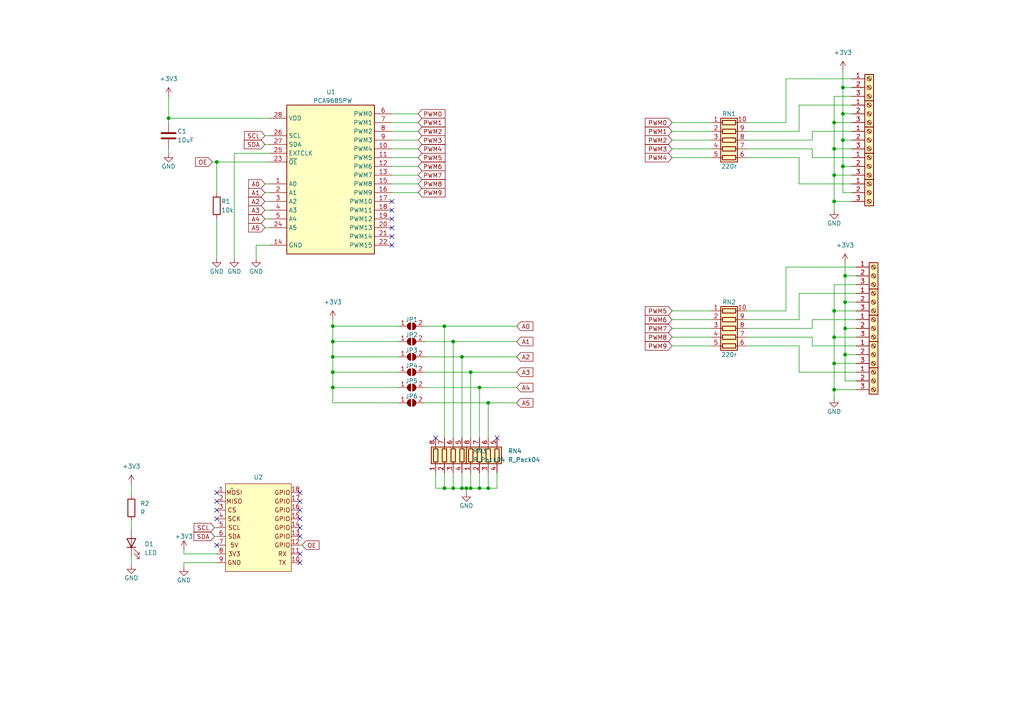
<source format=kicad_sch>
(kicad_sch (version 20230121) (generator eeschema)

  (uuid 57987f0a-62a4-4fc0-97cd-5342cc21224d)

  (paper "A4")

  (lib_symbols
    (symbol "Connector:Screw_Terminal_01x03" (pin_names (offset 1.016) hide) (in_bom yes) (on_board yes)
      (property "Reference" "J" (at 0 5.08 0)
        (effects (font (size 1.27 1.27)))
      )
      (property "Value" "Screw_Terminal_01x03" (at 0 -5.08 0)
        (effects (font (size 1.27 1.27)))
      )
      (property "Footprint" "" (at 0 0 0)
        (effects (font (size 1.27 1.27)) hide)
      )
      (property "Datasheet" "~" (at 0 0 0)
        (effects (font (size 1.27 1.27)) hide)
      )
      (property "ki_keywords" "screw terminal" (at 0 0 0)
        (effects (font (size 1.27 1.27)) hide)
      )
      (property "ki_description" "Generic screw terminal, single row, 01x03, script generated (kicad-library-utils/schlib/autogen/connector/)" (at 0 0 0)
        (effects (font (size 1.27 1.27)) hide)
      )
      (property "ki_fp_filters" "TerminalBlock*:*" (at 0 0 0)
        (effects (font (size 1.27 1.27)) hide)
      )
      (symbol "Screw_Terminal_01x03_1_1"
        (rectangle (start -1.27 3.81) (end 1.27 -3.81)
          (stroke (width 0.254) (type default))
          (fill (type background))
        )
        (circle (center 0 -2.54) (radius 0.635)
          (stroke (width 0.1524) (type default))
          (fill (type none))
        )
        (polyline
          (pts
            (xy -0.5334 -2.2098)
            (xy 0.3302 -3.048)
          )
          (stroke (width 0.1524) (type default))
          (fill (type none))
        )
        (polyline
          (pts
            (xy -0.5334 0.3302)
            (xy 0.3302 -0.508)
          )
          (stroke (width 0.1524) (type default))
          (fill (type none))
        )
        (polyline
          (pts
            (xy -0.5334 2.8702)
            (xy 0.3302 2.032)
          )
          (stroke (width 0.1524) (type default))
          (fill (type none))
        )
        (polyline
          (pts
            (xy -0.3556 -2.032)
            (xy 0.508 -2.8702)
          )
          (stroke (width 0.1524) (type default))
          (fill (type none))
        )
        (polyline
          (pts
            (xy -0.3556 0.508)
            (xy 0.508 -0.3302)
          )
          (stroke (width 0.1524) (type default))
          (fill (type none))
        )
        (polyline
          (pts
            (xy -0.3556 3.048)
            (xy 0.508 2.2098)
          )
          (stroke (width 0.1524) (type default))
          (fill (type none))
        )
        (circle (center 0 0) (radius 0.635)
          (stroke (width 0.1524) (type default))
          (fill (type none))
        )
        (circle (center 0 2.54) (radius 0.635)
          (stroke (width 0.1524) (type default))
          (fill (type none))
        )
        (pin passive line (at -5.08 2.54 0) (length 3.81)
          (name "Pin_1" (effects (font (size 1.27 1.27))))
          (number "1" (effects (font (size 1.27 1.27))))
        )
        (pin passive line (at -5.08 0 0) (length 3.81)
          (name "Pin_2" (effects (font (size 1.27 1.27))))
          (number "2" (effects (font (size 1.27 1.27))))
        )
        (pin passive line (at -5.08 -2.54 0) (length 3.81)
          (name "Pin_3" (effects (font (size 1.27 1.27))))
          (number "3" (effects (font (size 1.27 1.27))))
        )
      )
    )
    (symbol "Device:C" (pin_numbers hide) (pin_names (offset 0.254)) (in_bom yes) (on_board yes)
      (property "Reference" "C" (at 0.635 2.54 0)
        (effects (font (size 1.27 1.27)) (justify left))
      )
      (property "Value" "C" (at 0.635 -2.54 0)
        (effects (font (size 1.27 1.27)) (justify left))
      )
      (property "Footprint" "" (at 0.9652 -3.81 0)
        (effects (font (size 1.27 1.27)) hide)
      )
      (property "Datasheet" "~" (at 0 0 0)
        (effects (font (size 1.27 1.27)) hide)
      )
      (property "ki_keywords" "cap capacitor" (at 0 0 0)
        (effects (font (size 1.27 1.27)) hide)
      )
      (property "ki_description" "Unpolarized capacitor" (at 0 0 0)
        (effects (font (size 1.27 1.27)) hide)
      )
      (property "ki_fp_filters" "C_*" (at 0 0 0)
        (effects (font (size 1.27 1.27)) hide)
      )
      (symbol "C_0_1"
        (polyline
          (pts
            (xy -2.032 -0.762)
            (xy 2.032 -0.762)
          )
          (stroke (width 0.508) (type default))
          (fill (type none))
        )
        (polyline
          (pts
            (xy -2.032 0.762)
            (xy 2.032 0.762)
          )
          (stroke (width 0.508) (type default))
          (fill (type none))
        )
      )
      (symbol "C_1_1"
        (pin passive line (at 0 3.81 270) (length 2.794)
          (name "~" (effects (font (size 1.27 1.27))))
          (number "1" (effects (font (size 1.27 1.27))))
        )
        (pin passive line (at 0 -3.81 90) (length 2.794)
          (name "~" (effects (font (size 1.27 1.27))))
          (number "2" (effects (font (size 1.27 1.27))))
        )
      )
    )
    (symbol "Device:LED" (pin_numbers hide) (pin_names (offset 1.016) hide) (in_bom yes) (on_board yes)
      (property "Reference" "D" (at 0 2.54 0)
        (effects (font (size 1.27 1.27)))
      )
      (property "Value" "LED" (at 0 -2.54 0)
        (effects (font (size 1.27 1.27)))
      )
      (property "Footprint" "" (at 0 0 0)
        (effects (font (size 1.27 1.27)) hide)
      )
      (property "Datasheet" "~" (at 0 0 0)
        (effects (font (size 1.27 1.27)) hide)
      )
      (property "ki_keywords" "LED diode" (at 0 0 0)
        (effects (font (size 1.27 1.27)) hide)
      )
      (property "ki_description" "Light emitting diode" (at 0 0 0)
        (effects (font (size 1.27 1.27)) hide)
      )
      (property "ki_fp_filters" "LED* LED_SMD:* LED_THT:*" (at 0 0 0)
        (effects (font (size 1.27 1.27)) hide)
      )
      (symbol "LED_0_1"
        (polyline
          (pts
            (xy -1.27 -1.27)
            (xy -1.27 1.27)
          )
          (stroke (width 0.254) (type default))
          (fill (type none))
        )
        (polyline
          (pts
            (xy -1.27 0)
            (xy 1.27 0)
          )
          (stroke (width 0) (type default))
          (fill (type none))
        )
        (polyline
          (pts
            (xy 1.27 -1.27)
            (xy 1.27 1.27)
            (xy -1.27 0)
            (xy 1.27 -1.27)
          )
          (stroke (width 0.254) (type default))
          (fill (type none))
        )
        (polyline
          (pts
            (xy -3.048 -0.762)
            (xy -4.572 -2.286)
            (xy -3.81 -2.286)
            (xy -4.572 -2.286)
            (xy -4.572 -1.524)
          )
          (stroke (width 0) (type default))
          (fill (type none))
        )
        (polyline
          (pts
            (xy -1.778 -0.762)
            (xy -3.302 -2.286)
            (xy -2.54 -2.286)
            (xy -3.302 -2.286)
            (xy -3.302 -1.524)
          )
          (stroke (width 0) (type default))
          (fill (type none))
        )
      )
      (symbol "LED_1_1"
        (pin passive line (at -3.81 0 0) (length 2.54)
          (name "K" (effects (font (size 1.27 1.27))))
          (number "1" (effects (font (size 1.27 1.27))))
        )
        (pin passive line (at 3.81 0 180) (length 2.54)
          (name "A" (effects (font (size 1.27 1.27))))
          (number "2" (effects (font (size 1.27 1.27))))
        )
      )
    )
    (symbol "Device:R" (pin_numbers hide) (pin_names (offset 0)) (in_bom yes) (on_board yes)
      (property "Reference" "R" (at 2.032 0 90)
        (effects (font (size 1.27 1.27)))
      )
      (property "Value" "R" (at 0 0 90)
        (effects (font (size 1.27 1.27)))
      )
      (property "Footprint" "" (at -1.778 0 90)
        (effects (font (size 1.27 1.27)) hide)
      )
      (property "Datasheet" "~" (at 0 0 0)
        (effects (font (size 1.27 1.27)) hide)
      )
      (property "ki_keywords" "R res resistor" (at 0 0 0)
        (effects (font (size 1.27 1.27)) hide)
      )
      (property "ki_description" "Resistor" (at 0 0 0)
        (effects (font (size 1.27 1.27)) hide)
      )
      (property "ki_fp_filters" "R_*" (at 0 0 0)
        (effects (font (size 1.27 1.27)) hide)
      )
      (symbol "R_0_1"
        (rectangle (start -1.016 -2.54) (end 1.016 2.54)
          (stroke (width 0.254) (type default))
          (fill (type none))
        )
      )
      (symbol "R_1_1"
        (pin passive line (at 0 3.81 270) (length 1.27)
          (name "~" (effects (font (size 1.27 1.27))))
          (number "1" (effects (font (size 1.27 1.27))))
        )
        (pin passive line (at 0 -3.81 90) (length 1.27)
          (name "~" (effects (font (size 1.27 1.27))))
          (number "2" (effects (font (size 1.27 1.27))))
        )
      )
    )
    (symbol "Device:R_Pack04" (pin_names (offset 0) hide) (in_bom yes) (on_board yes)
      (property "Reference" "RN" (at -7.62 0 90)
        (effects (font (size 1.27 1.27)))
      )
      (property "Value" "R_Pack04" (at 5.08 0 90)
        (effects (font (size 1.27 1.27)))
      )
      (property "Footprint" "" (at 6.985 0 90)
        (effects (font (size 1.27 1.27)) hide)
      )
      (property "Datasheet" "~" (at 0 0 0)
        (effects (font (size 1.27 1.27)) hide)
      )
      (property "ki_keywords" "R network parallel topology isolated" (at 0 0 0)
        (effects (font (size 1.27 1.27)) hide)
      )
      (property "ki_description" "4 resistor network, parallel topology" (at 0 0 0)
        (effects (font (size 1.27 1.27)) hide)
      )
      (property "ki_fp_filters" "DIP* SOIC* R*Array*Concave* R*Array*Convex*" (at 0 0 0)
        (effects (font (size 1.27 1.27)) hide)
      )
      (symbol "R_Pack04_0_1"
        (rectangle (start -6.35 -2.413) (end 3.81 2.413)
          (stroke (width 0.254) (type default))
          (fill (type background))
        )
        (rectangle (start -5.715 1.905) (end -4.445 -1.905)
          (stroke (width 0.254) (type default))
          (fill (type none))
        )
        (rectangle (start -3.175 1.905) (end -1.905 -1.905)
          (stroke (width 0.254) (type default))
          (fill (type none))
        )
        (rectangle (start -0.635 1.905) (end 0.635 -1.905)
          (stroke (width 0.254) (type default))
          (fill (type none))
        )
        (polyline
          (pts
            (xy -5.08 -2.54)
            (xy -5.08 -1.905)
          )
          (stroke (width 0) (type default))
          (fill (type none))
        )
        (polyline
          (pts
            (xy -5.08 1.905)
            (xy -5.08 2.54)
          )
          (stroke (width 0) (type default))
          (fill (type none))
        )
        (polyline
          (pts
            (xy -2.54 -2.54)
            (xy -2.54 -1.905)
          )
          (stroke (width 0) (type default))
          (fill (type none))
        )
        (polyline
          (pts
            (xy -2.54 1.905)
            (xy -2.54 2.54)
          )
          (stroke (width 0) (type default))
          (fill (type none))
        )
        (polyline
          (pts
            (xy 0 -2.54)
            (xy 0 -1.905)
          )
          (stroke (width 0) (type default))
          (fill (type none))
        )
        (polyline
          (pts
            (xy 0 1.905)
            (xy 0 2.54)
          )
          (stroke (width 0) (type default))
          (fill (type none))
        )
        (polyline
          (pts
            (xy 2.54 -2.54)
            (xy 2.54 -1.905)
          )
          (stroke (width 0) (type default))
          (fill (type none))
        )
        (polyline
          (pts
            (xy 2.54 1.905)
            (xy 2.54 2.54)
          )
          (stroke (width 0) (type default))
          (fill (type none))
        )
        (rectangle (start 1.905 1.905) (end 3.175 -1.905)
          (stroke (width 0.254) (type default))
          (fill (type none))
        )
      )
      (symbol "R_Pack04_1_1"
        (pin passive line (at -5.08 -5.08 90) (length 2.54)
          (name "R1.1" (effects (font (size 1.27 1.27))))
          (number "1" (effects (font (size 1.27 1.27))))
        )
        (pin passive line (at -2.54 -5.08 90) (length 2.54)
          (name "R2.1" (effects (font (size 1.27 1.27))))
          (number "2" (effects (font (size 1.27 1.27))))
        )
        (pin passive line (at 0 -5.08 90) (length 2.54)
          (name "R3.1" (effects (font (size 1.27 1.27))))
          (number "3" (effects (font (size 1.27 1.27))))
        )
        (pin passive line (at 2.54 -5.08 90) (length 2.54)
          (name "R4.1" (effects (font (size 1.27 1.27))))
          (number "4" (effects (font (size 1.27 1.27))))
        )
        (pin passive line (at 2.54 5.08 270) (length 2.54)
          (name "R4.2" (effects (font (size 1.27 1.27))))
          (number "5" (effects (font (size 1.27 1.27))))
        )
        (pin passive line (at 0 5.08 270) (length 2.54)
          (name "R3.2" (effects (font (size 1.27 1.27))))
          (number "6" (effects (font (size 1.27 1.27))))
        )
        (pin passive line (at -2.54 5.08 270) (length 2.54)
          (name "R2.2" (effects (font (size 1.27 1.27))))
          (number "7" (effects (font (size 1.27 1.27))))
        )
        (pin passive line (at -5.08 5.08 270) (length 2.54)
          (name "R1.2" (effects (font (size 1.27 1.27))))
          (number "8" (effects (font (size 1.27 1.27))))
        )
      )
    )
    (symbol "Device:R_Pack05" (pin_names (offset 0) hide) (in_bom yes) (on_board yes)
      (property "Reference" "RN" (at -7.62 0 90)
        (effects (font (size 1.27 1.27)))
      )
      (property "Value" "R_Pack05" (at 7.62 0 90)
        (effects (font (size 1.27 1.27)))
      )
      (property "Footprint" "" (at 9.525 0 90)
        (effects (font (size 1.27 1.27)) hide)
      )
      (property "Datasheet" "~" (at 0 0 0)
        (effects (font (size 1.27 1.27)) hide)
      )
      (property "ki_keywords" "R network parallel topology isolated" (at 0 0 0)
        (effects (font (size 1.27 1.27)) hide)
      )
      (property "ki_description" "5 resistor network, parallel topology" (at 0 0 0)
        (effects (font (size 1.27 1.27)) hide)
      )
      (property "ki_fp_filters" "DIP* SOIC* R*Array*Concave* R*Array*Convex*" (at 0 0 0)
        (effects (font (size 1.27 1.27)) hide)
      )
      (symbol "R_Pack05_0_1"
        (rectangle (start -6.35 -2.413) (end 6.35 2.413)
          (stroke (width 0.254) (type default))
          (fill (type background))
        )
        (rectangle (start -5.715 1.905) (end -4.445 -1.905)
          (stroke (width 0.254) (type default))
          (fill (type none))
        )
        (rectangle (start -3.175 1.905) (end -1.905 -1.905)
          (stroke (width 0.254) (type default))
          (fill (type none))
        )
        (rectangle (start -0.635 1.905) (end 0.635 -1.905)
          (stroke (width 0.254) (type default))
          (fill (type none))
        )
        (polyline
          (pts
            (xy -5.08 -2.54)
            (xy -5.08 -1.905)
          )
          (stroke (width 0) (type default))
          (fill (type none))
        )
        (polyline
          (pts
            (xy -5.08 1.905)
            (xy -5.08 2.54)
          )
          (stroke (width 0) (type default))
          (fill (type none))
        )
        (polyline
          (pts
            (xy -2.54 -2.54)
            (xy -2.54 -1.905)
          )
          (stroke (width 0) (type default))
          (fill (type none))
        )
        (polyline
          (pts
            (xy -2.54 1.905)
            (xy -2.54 2.54)
          )
          (stroke (width 0) (type default))
          (fill (type none))
        )
        (polyline
          (pts
            (xy 0 -2.54)
            (xy 0 -1.905)
          )
          (stroke (width 0) (type default))
          (fill (type none))
        )
        (polyline
          (pts
            (xy 0 1.905)
            (xy 0 2.54)
          )
          (stroke (width 0) (type default))
          (fill (type none))
        )
        (polyline
          (pts
            (xy 2.54 -2.54)
            (xy 2.54 -1.905)
          )
          (stroke (width 0) (type default))
          (fill (type none))
        )
        (polyline
          (pts
            (xy 2.54 1.905)
            (xy 2.54 2.54)
          )
          (stroke (width 0) (type default))
          (fill (type none))
        )
        (polyline
          (pts
            (xy 5.08 -2.54)
            (xy 5.08 -1.905)
          )
          (stroke (width 0) (type default))
          (fill (type none))
        )
        (polyline
          (pts
            (xy 5.08 1.905)
            (xy 5.08 2.54)
          )
          (stroke (width 0) (type default))
          (fill (type none))
        )
        (rectangle (start 1.905 1.905) (end 3.175 -1.905)
          (stroke (width 0.254) (type default))
          (fill (type none))
        )
        (rectangle (start 4.445 1.905) (end 5.715 -1.905)
          (stroke (width 0.254) (type default))
          (fill (type none))
        )
      )
      (symbol "R_Pack05_1_1"
        (pin passive line (at -5.08 -5.08 90) (length 2.54)
          (name "R1.1" (effects (font (size 1.27 1.27))))
          (number "1" (effects (font (size 1.27 1.27))))
        )
        (pin passive line (at -5.08 5.08 270) (length 2.54)
          (name "R1.2" (effects (font (size 1.27 1.27))))
          (number "10" (effects (font (size 1.27 1.27))))
        )
        (pin passive line (at -2.54 -5.08 90) (length 2.54)
          (name "R2.1" (effects (font (size 1.27 1.27))))
          (number "2" (effects (font (size 1.27 1.27))))
        )
        (pin passive line (at 0 -5.08 90) (length 2.54)
          (name "R3.1" (effects (font (size 1.27 1.27))))
          (number "3" (effects (font (size 1.27 1.27))))
        )
        (pin passive line (at 2.54 -5.08 90) (length 2.54)
          (name "R4.1" (effects (font (size 1.27 1.27))))
          (number "4" (effects (font (size 1.27 1.27))))
        )
        (pin passive line (at 5.08 -5.08 90) (length 2.54)
          (name "R5.1" (effects (font (size 1.27 1.27))))
          (number "5" (effects (font (size 1.27 1.27))))
        )
        (pin passive line (at 5.08 5.08 270) (length 2.54)
          (name "R5.2" (effects (font (size 1.27 1.27))))
          (number "6" (effects (font (size 1.27 1.27))))
        )
        (pin passive line (at 2.54 5.08 270) (length 2.54)
          (name "R4.2" (effects (font (size 1.27 1.27))))
          (number "7" (effects (font (size 1.27 1.27))))
        )
        (pin passive line (at 0 5.08 270) (length 2.54)
          (name "R3.2" (effects (font (size 1.27 1.27))))
          (number "8" (effects (font (size 1.27 1.27))))
        )
        (pin passive line (at -2.54 5.08 270) (length 2.54)
          (name "R2.2" (effects (font (size 1.27 1.27))))
          (number "9" (effects (font (size 1.27 1.27))))
        )
      )
    )
    (symbol "Driver_LED:PCA9685PW" (in_bom yes) (on_board yes)
      (property "Reference" "U1" (at 2.1941 24.13 0)
        (effects (font (size 1.27 1.27)) (justify left))
      )
      (property "Value" "PCA9685PW" (at 2.1941 21.59 0)
        (effects (font (size 1.27 1.27)) (justify left))
      )
      (property "Footprint" "Package_SO:TSSOP-28_4.4x9.7mm_P0.65mm" (at 0.635 -24.765 0)
        (effects (font (size 1.27 1.27)) (justify left) hide)
      )
      (property "Datasheet" "http://www.nxp.com/documents/data_sheet/PCA9685.pdf" (at -10.16 22.86 0)
        (effects (font (size 1.27 1.27)) hide)
      )
      (property "ki_keywords" "PWM LED driver I2C TSSOP" (at 0 0 0)
        (effects (font (size 1.27 1.27)) hide)
      )
      (property "ki_description" "16-channel 12-bit PWM Fm+ I2C-bus LED controller RGBA TSSOP" (at 0 0 0)
        (effects (font (size 1.27 1.27)) hide)
      )
      (property "ki_fp_filters" "TSSOP*4.4x9.7mm*P0.65mm*" (at 0 0 0)
        (effects (font (size 1.27 1.27)) hide)
      )
      (symbol "PCA9685PW_0_1"
        (rectangle (start -12.7 20.32) (end 12.7 -22.86)
          (stroke (width 0.254) (type default))
          (fill (type background))
        )
      )
      (symbol "PCA9685PW_1_1"
        (pin input line (at -17.78 -2.54 0) (length 5.08)
          (name "A0" (effects (font (size 1.27 1.27))))
          (number "1" (effects (font (size 1.27 1.27))))
        )
        (pin output line (at 17.78 7.62 180) (length 5.08)
          (name "PWM4" (effects (font (size 1.27 1.27))))
          (number "10" (effects (font (size 1.27 1.27))))
        )
        (pin output line (at 17.78 5.08 180) (length 5.08)
          (name "PWM5" (effects (font (size 1.27 1.27))))
          (number "11" (effects (font (size 1.27 1.27))))
        )
        (pin output line (at 17.78 2.54 180) (length 5.08)
          (name "PWM6" (effects (font (size 1.27 1.27))))
          (number "12" (effects (font (size 1.27 1.27))))
        )
        (pin output line (at 17.78 0 180) (length 5.08)
          (name "PWM7" (effects (font (size 1.27 1.27))))
          (number "13" (effects (font (size 1.27 1.27))))
        )
        (pin power_in line (at -17.78 -20.32 0) (length 5.08)
          (name "GND" (effects (font (size 1.27 1.27))))
          (number "14" (effects (font (size 1.27 1.27))))
        )
        (pin output line (at 17.78 -2.54 180) (length 5.08)
          (name "PWM8" (effects (font (size 1.27 1.27))))
          (number "15" (effects (font (size 1.27 1.27))))
        )
        (pin output line (at 17.78 -5.08 180) (length 5.08)
          (name "PWM9" (effects (font (size 1.27 1.27))))
          (number "16" (effects (font (size 1.27 1.27))))
        )
        (pin output line (at 17.78 -7.62 180) (length 5.08)
          (name "PWM10" (effects (font (size 1.27 1.27))))
          (number "17" (effects (font (size 1.27 1.27))))
        )
        (pin output line (at 17.78 -10.16 180) (length 5.08)
          (name "PWM11" (effects (font (size 1.27 1.27))))
          (number "18" (effects (font (size 1.27 1.27))))
        )
        (pin output line (at 17.78 -12.7 180) (length 5.08)
          (name "PWM12" (effects (font (size 1.27 1.27))))
          (number "19" (effects (font (size 1.27 1.27))))
        )
        (pin input line (at -17.78 -5.08 0) (length 5.08)
          (name "A1" (effects (font (size 1.27 1.27))))
          (number "2" (effects (font (size 1.27 1.27))))
        )
        (pin output line (at 17.78 -15.24 180) (length 5.08)
          (name "PWM13" (effects (font (size 1.27 1.27))))
          (number "20" (effects (font (size 1.27 1.27))))
        )
        (pin output line (at 17.78 -17.78 180) (length 5.08)
          (name "PWM14" (effects (font (size 1.27 1.27))))
          (number "21" (effects (font (size 1.27 1.27))))
        )
        (pin output line (at 17.78 -20.32 180) (length 5.08)
          (name "PWM15" (effects (font (size 1.27 1.27))))
          (number "22" (effects (font (size 1.27 1.27))))
        )
        (pin input line (at -17.78 3.81 0) (length 5.08)
          (name "~{OE}" (effects (font (size 1.27 1.27))))
          (number "23" (effects (font (size 1.27 1.27))))
        )
        (pin input line (at -17.78 -15.24 0) (length 5.08)
          (name "A5" (effects (font (size 1.27 1.27))))
          (number "24" (effects (font (size 1.27 1.27))))
        )
        (pin input line (at -17.78 6.35 0) (length 5.08)
          (name "EXTCLK" (effects (font (size 1.27 1.27))))
          (number "25" (effects (font (size 1.27 1.27))))
        )
        (pin input line (at -17.78 11.43 0) (length 5.08)
          (name "SCL" (effects (font (size 1.27 1.27))))
          (number "26" (effects (font (size 1.27 1.27))))
        )
        (pin bidirectional line (at -17.78 8.89 0) (length 5.08)
          (name "SDA" (effects (font (size 1.27 1.27))))
          (number "27" (effects (font (size 1.27 1.27))))
        )
        (pin power_in line (at -17.78 16.51 0) (length 5.08)
          (name "VDD" (effects (font (size 1.27 1.27))))
          (number "28" (effects (font (size 1.27 1.27))))
        )
        (pin input line (at -17.78 -7.62 0) (length 5.08)
          (name "A2" (effects (font (size 1.27 1.27))))
          (number "3" (effects (font (size 1.27 1.27))))
        )
        (pin input line (at -17.78 -10.16 0) (length 5.08)
          (name "A3" (effects (font (size 1.27 1.27))))
          (number "4" (effects (font (size 1.27 1.27))))
        )
        (pin input line (at -17.78 -12.7 0) (length 5.08)
          (name "A4" (effects (font (size 1.27 1.27))))
          (number "5" (effects (font (size 1.27 1.27))))
        )
        (pin output line (at 17.78 17.78 180) (length 5.08)
          (name "PWM0" (effects (font (size 1.27 1.27))))
          (number "6" (effects (font (size 1.27 1.27))))
        )
        (pin output line (at 17.78 15.24 180) (length 5.08)
          (name "PWM1" (effects (font (size 1.27 1.27))))
          (number "7" (effects (font (size 1.27 1.27))))
        )
        (pin output line (at 17.78 12.7 180) (length 5.08)
          (name "PWM2" (effects (font (size 1.27 1.27))))
          (number "8" (effects (font (size 1.27 1.27))))
        )
        (pin output line (at 17.78 10.16 180) (length 5.08)
          (name "PWM3" (effects (font (size 1.27 1.27))))
          (number "9" (effects (font (size 1.27 1.27))))
        )
      )
    )
    (symbol "Jumper:SolderJumper_2_Open" (pin_names (offset 0) hide) (in_bom yes) (on_board yes)
      (property "Reference" "JP" (at 0 2.032 0)
        (effects (font (size 1.27 1.27)))
      )
      (property "Value" "SolderJumper_2_Open" (at 0 -2.54 0)
        (effects (font (size 1.27 1.27)))
      )
      (property "Footprint" "" (at 0 0 0)
        (effects (font (size 1.27 1.27)) hide)
      )
      (property "Datasheet" "~" (at 0 0 0)
        (effects (font (size 1.27 1.27)) hide)
      )
      (property "ki_keywords" "solder jumper SPST" (at 0 0 0)
        (effects (font (size 1.27 1.27)) hide)
      )
      (property "ki_description" "Solder Jumper, 2-pole, open" (at 0 0 0)
        (effects (font (size 1.27 1.27)) hide)
      )
      (property "ki_fp_filters" "SolderJumper*Open*" (at 0 0 0)
        (effects (font (size 1.27 1.27)) hide)
      )
      (symbol "SolderJumper_2_Open_0_1"
        (arc (start -0.254 1.016) (mid -1.2656 0) (end -0.254 -1.016)
          (stroke (width 0) (type default))
          (fill (type none))
        )
        (arc (start -0.254 1.016) (mid -1.2656 0) (end -0.254 -1.016)
          (stroke (width 0) (type default))
          (fill (type outline))
        )
        (polyline
          (pts
            (xy -0.254 1.016)
            (xy -0.254 -1.016)
          )
          (stroke (width 0) (type default))
          (fill (type none))
        )
        (polyline
          (pts
            (xy 0.254 1.016)
            (xy 0.254 -1.016)
          )
          (stroke (width 0) (type default))
          (fill (type none))
        )
        (arc (start 0.254 -1.016) (mid 1.2656 0) (end 0.254 1.016)
          (stroke (width 0) (type default))
          (fill (type none))
        )
        (arc (start 0.254 -1.016) (mid 1.2656 0) (end 0.254 1.016)
          (stroke (width 0) (type default))
          (fill (type outline))
        )
      )
      (symbol "SolderJumper_2_Open_1_1"
        (pin passive line (at -3.81 0 0) (length 2.54)
          (name "A" (effects (font (size 1.27 1.27))))
          (number "1" (effects (font (size 1.27 1.27))))
        )
        (pin passive line (at 3.81 0 180) (length 2.54)
          (name "B" (effects (font (size 1.27 1.27))))
          (number "2" (effects (font (size 1.27 1.27))))
        )
      )
    )
    (symbol "moduler_pin:air" (in_bom yes) (on_board yes)
      (property "Reference" "U" (at 7.62 2.54 0)
        (effects (font (size 1.27 1.27)))
      )
      (property "Value" "" (at 0 0 0)
        (effects (font (size 1.27 1.27)))
      )
      (property "Footprint" "" (at 0 0 0)
        (effects (font (size 1.27 1.27)) hide)
      )
      (property "Datasheet" "" (at 0 0 0)
        (effects (font (size 1.27 1.27)) hide)
      )
      (symbol "air_1_1"
        (rectangle (start -1.905 1.27) (end 17.145 -24.13)
          (stroke (width 0) (type default))
          (fill (type background))
        )
        (text "3V3" (at 0.635 -19.05 0)
          (effects (font (size 1.27 1.27)))
        )
        (text "5V" (at 0.635 -16.51 0)
          (effects (font (size 1.27 1.27)))
        )
        (text "CS" (at 0 -6.35 0)
          (effects (font (size 1.27 1.27)))
        )
        (text "GND" (at 0.635 -21.59 0)
          (effects (font (size 1.27 1.27)))
        )
        (text "GPIO" (at 14.605 -16.51 0)
          (effects (font (size 1.27 1.27)))
        )
        (text "GPIO" (at 14.605 -13.97 0)
          (effects (font (size 1.27 1.27)))
        )
        (text "GPIO" (at 14.605 -11.43 0)
          (effects (font (size 1.27 1.27)))
        )
        (text "GPIO" (at 14.605 -8.89 0)
          (effects (font (size 1.27 1.27)))
        )
        (text "GPIO" (at 14.605 -6.35 0)
          (effects (font (size 1.27 1.27)))
        )
        (text "GPIO" (at 14.605 -3.81 0)
          (effects (font (size 1.27 1.27)))
        )
        (text "GPIO" (at 14.605 -1.27 0)
          (effects (font (size 1.27 1.27)))
        )
        (text "MISO" (at 0.635 -3.81 0)
          (effects (font (size 1.27 1.27)))
        )
        (text "MOSI" (at 0.635 -1.27 0)
          (effects (font (size 1.27 1.27)))
        )
        (text "RX" (at 14.605 -19.05 0)
          (effects (font (size 1.27 1.27)))
        )
        (text "SCK" (at 0.635 -8.89 0)
          (effects (font (size 1.27 1.27)))
        )
        (text "SCL" (at 0.635 -11.43 0)
          (effects (font (size 1.27 1.27)))
        )
        (text "SDA" (at 0.635 -13.97 0)
          (effects (font (size 1.27 1.27)))
        )
        (text "TX" (at 14.605 -21.59 0)
          (effects (font (size 1.27 1.27)))
        )
        (pin input line (at -4.445 -1.27 0) (length 2.54)
          (name "" (effects (font (size 1.27 1.27))))
          (number "1" (effects (font (size 1.27 1.27))))
        )
        (pin input line (at 19.685 -21.59 180) (length 2.54)
          (name "" (effects (font (size 1.27 1.27))))
          (number "10" (effects (font (size 1.27 1.27))))
        )
        (pin input line (at 19.685 -19.05 180) (length 2.54)
          (name "" (effects (font (size 1.27 1.27))))
          (number "11" (effects (font (size 1.27 1.27))))
        )
        (pin input line (at 19.685 -16.51 180) (length 2.54)
          (name "" (effects (font (size 1.27 1.27))))
          (number "12" (effects (font (size 1.27 1.27))))
        )
        (pin input line (at 19.685 -13.97 180) (length 2.54)
          (name "" (effects (font (size 1.27 1.27))))
          (number "13" (effects (font (size 1.27 1.27))))
        )
        (pin input line (at 19.685 -11.43 180) (length 2.54)
          (name "" (effects (font (size 1.27 1.27))))
          (number "14" (effects (font (size 1.27 1.27))))
        )
        (pin input line (at 19.685 -8.89 180) (length 2.54)
          (name "" (effects (font (size 1.27 1.27))))
          (number "15" (effects (font (size 1.27 1.27))))
        )
        (pin input line (at 19.685 -6.35 180) (length 2.54)
          (name "" (effects (font (size 1.27 1.27))))
          (number "16" (effects (font (size 1.27 1.27))))
        )
        (pin input line (at 19.685 -3.81 180) (length 2.54)
          (name "" (effects (font (size 1.27 1.27))))
          (number "17" (effects (font (size 1.27 1.27))))
        )
        (pin input line (at 19.685 -1.27 180) (length 2.54)
          (name "" (effects (font (size 1.27 1.27))))
          (number "18" (effects (font (size 1.27 1.27))))
        )
        (pin input line (at -4.445 -3.81 0) (length 2.54)
          (name "" (effects (font (size 1.27 1.27))))
          (number "2" (effects (font (size 1.27 1.27))))
        )
        (pin input line (at -4.445 -6.35 0) (length 2.54)
          (name "" (effects (font (size 1.27 1.27))))
          (number "3" (effects (font (size 1.27 1.27))))
        )
        (pin input line (at -4.445 -8.89 0) (length 2.54)
          (name "" (effects (font (size 1.27 1.27))))
          (number "4" (effects (font (size 1.27 1.27))))
        )
        (pin input line (at -4.445 -11.43 0) (length 2.54)
          (name "" (effects (font (size 1.27 1.27))))
          (number "5" (effects (font (size 1.27 1.27))))
        )
        (pin input line (at -4.445 -13.97 0) (length 2.54)
          (name "" (effects (font (size 1.27 1.27))))
          (number "6" (effects (font (size 1.27 1.27))))
        )
        (pin input line (at -4.445 -16.51 0) (length 2.54)
          (name "" (effects (font (size 1.27 1.27))))
          (number "7" (effects (font (size 1.27 1.27))))
        )
        (pin input line (at -4.445 -19.05 0) (length 2.54)
          (name "" (effects (font (size 1.27 1.27))))
          (number "8" (effects (font (size 1.27 1.27))))
        )
        (pin input line (at -4.445 -21.59 0) (length 2.54)
          (name "" (effects (font (size 1.27 1.27))))
          (number "9" (effects (font (size 1.27 1.27))))
        )
      )
    )
    (symbol "power:+3V3" (power) (pin_names (offset 0)) (in_bom yes) (on_board yes)
      (property "Reference" "#PWR" (at 0 -3.81 0)
        (effects (font (size 1.27 1.27)) hide)
      )
      (property "Value" "+3V3" (at 0 3.556 0)
        (effects (font (size 1.27 1.27)))
      )
      (property "Footprint" "" (at 0 0 0)
        (effects (font (size 1.27 1.27)) hide)
      )
      (property "Datasheet" "" (at 0 0 0)
        (effects (font (size 1.27 1.27)) hide)
      )
      (property "ki_keywords" "global power" (at 0 0 0)
        (effects (font (size 1.27 1.27)) hide)
      )
      (property "ki_description" "Power symbol creates a global label with name \"+3V3\"" (at 0 0 0)
        (effects (font (size 1.27 1.27)) hide)
      )
      (symbol "+3V3_0_1"
        (polyline
          (pts
            (xy -0.762 1.27)
            (xy 0 2.54)
          )
          (stroke (width 0) (type default))
          (fill (type none))
        )
        (polyline
          (pts
            (xy 0 0)
            (xy 0 2.54)
          )
          (stroke (width 0) (type default))
          (fill (type none))
        )
        (polyline
          (pts
            (xy 0 2.54)
            (xy 0.762 1.27)
          )
          (stroke (width 0) (type default))
          (fill (type none))
        )
      )
      (symbol "+3V3_1_1"
        (pin power_in line (at 0 0 90) (length 0) hide
          (name "+3V3" (effects (font (size 1.27 1.27))))
          (number "1" (effects (font (size 1.27 1.27))))
        )
      )
    )
    (symbol "power:GND" (power) (pin_names (offset 0)) (in_bom yes) (on_board yes)
      (property "Reference" "#PWR" (at 0 -6.35 0)
        (effects (font (size 1.27 1.27)) hide)
      )
      (property "Value" "GND" (at 0 -3.81 0)
        (effects (font (size 1.27 1.27)))
      )
      (property "Footprint" "" (at 0 0 0)
        (effects (font (size 1.27 1.27)) hide)
      )
      (property "Datasheet" "" (at 0 0 0)
        (effects (font (size 1.27 1.27)) hide)
      )
      (property "ki_keywords" "global power" (at 0 0 0)
        (effects (font (size 1.27 1.27)) hide)
      )
      (property "ki_description" "Power symbol creates a global label with name \"GND\" , ground" (at 0 0 0)
        (effects (font (size 1.27 1.27)) hide)
      )
      (symbol "GND_0_1"
        (polyline
          (pts
            (xy 0 0)
            (xy 0 -1.27)
            (xy 1.27 -1.27)
            (xy 0 -2.54)
            (xy -1.27 -1.27)
            (xy 0 -1.27)
          )
          (stroke (width 0) (type default))
          (fill (type none))
        )
      )
      (symbol "GND_1_1"
        (pin power_in line (at 0 0 270) (length 0) hide
          (name "GND" (effects (font (size 1.27 1.27))))
          (number "1" (effects (font (size 1.27 1.27))))
        )
      )
    )
  )

  (junction (at 241.935 113.03) (diameter 0) (color 0 0 0 0)
    (uuid 0038596e-ab32-4470-92cc-6019d5d119a3)
  )
  (junction (at 241.935 90.17) (diameter 0) (color 0 0 0 0)
    (uuid 013b0fad-0148-4591-a8f1-101a57392876)
  )
  (junction (at 139.065 141.605) (diameter 0) (color 0 0 0 0)
    (uuid 03ddbd17-db8e-44b5-82f2-5d93a353f9c6)
  )
  (junction (at 241.935 105.41) (diameter 0) (color 0 0 0 0)
    (uuid 052ad538-375a-48e9-b497-27eed840770f)
  )
  (junction (at 131.445 141.605) (diameter 0) (color 0 0 0 0)
    (uuid 11fb4369-e733-4f86-b8e2-80f4f69b4d8c)
  )
  (junction (at 133.985 141.605) (diameter 0) (color 0 0 0 0)
    (uuid 19388302-1118-4496-9265-6df17e75836f)
  )
  (junction (at 244.475 40.64) (diameter 0) (color 0 0 0 0)
    (uuid 225b5777-3cff-4816-a3a6-e9dfce8e370f)
  )
  (junction (at 136.525 141.605) (diameter 0) (color 0 0 0 0)
    (uuid 26bfb87b-d8fc-4d78-9a8d-08890f0a7a2c)
  )
  (junction (at 241.935 58.42) (diameter 0) (color 0 0 0 0)
    (uuid 30e1d328-bd31-40df-9d94-752999541792)
  )
  (junction (at 96.52 112.395) (diameter 0) (color 0 0 0 0)
    (uuid 32be4725-8035-444d-a6a2-4389da1dd556)
  )
  (junction (at 62.865 46.99) (diameter 0) (color 0 0 0 0)
    (uuid 409e27d9-4934-4021-bf60-a4462a3b8f4f)
  )
  (junction (at 139.065 112.395) (diameter 0) (color 0 0 0 0)
    (uuid 439ddde1-2e2f-4f55-be17-72d479b0c851)
  )
  (junction (at 241.935 43.18) (diameter 0) (color 0 0 0 0)
    (uuid 4630df54-ffa5-4b9d-9b9f-eb3cdaf48976)
  )
  (junction (at 241.935 50.8) (diameter 0) (color 0 0 0 0)
    (uuid 48d050eb-5522-4873-9016-036b317fb7fd)
  )
  (junction (at 96.52 94.615) (diameter 0) (color 0 0 0 0)
    (uuid 501deb4f-27f0-4d37-be04-5439b792f0aa)
  )
  (junction (at 245.11 80.01) (diameter 0) (color 0 0 0 0)
    (uuid 5514244a-d78c-4015-b61e-73d20446d91e)
  )
  (junction (at 245.11 95.25) (diameter 0) (color 0 0 0 0)
    (uuid 5677db5d-1898-47a8-b1c6-11be85d2c27d)
  )
  (junction (at 141.605 116.84) (diameter 0) (color 0 0 0 0)
    (uuid 6c7eae64-fc32-4b14-86e6-87c6a0e16819)
  )
  (junction (at 241.935 97.79) (diameter 0) (color 0 0 0 0)
    (uuid 6dc8621c-a692-4db3-9b5d-06ae1956e198)
  )
  (junction (at 141.605 141.605) (diameter 0) (color 0 0 0 0)
    (uuid 742b6ec1-03c7-4433-b4bc-c0e3c3b41c39)
  )
  (junction (at 128.905 94.615) (diameter 0) (color 0 0 0 0)
    (uuid 771dc2b1-8110-4639-beae-3ad2a9e9e2ed)
  )
  (junction (at 96.52 99.06) (diameter 0) (color 0 0 0 0)
    (uuid 7a567d4d-7bb8-403f-a438-1f05dc6efea2)
  )
  (junction (at 244.475 48.26) (diameter 0) (color 0 0 0 0)
    (uuid 7fed6cfc-0d51-484f-8183-16a22db12d6c)
  )
  (junction (at 48.895 34.29) (diameter 0) (color 0 0 0 0)
    (uuid 873a83a5-e334-4eef-97b2-082295285157)
  )
  (junction (at 96.52 107.95) (diameter 0) (color 0 0 0 0)
    (uuid a7e5c4b3-31d4-4fd3-a537-ea54ebdf4e88)
  )
  (junction (at 244.475 25.4) (diameter 0) (color 0 0 0 0)
    (uuid af2887e8-c042-40f8-bbaf-2de27fbae10b)
  )
  (junction (at 135.255 141.605) (diameter 0) (color 0 0 0 0)
    (uuid c1bb602f-cceb-4eba-8e63-224bea7a803b)
  )
  (junction (at 241.935 35.56) (diameter 0) (color 0 0 0 0)
    (uuid c7c5a4a5-9089-42c9-8557-719946ff712e)
  )
  (junction (at 244.475 33.02) (diameter 0) (color 0 0 0 0)
    (uuid cd845633-56bd-4759-ba89-e38426c49449)
  )
  (junction (at 131.445 99.06) (diameter 0) (color 0 0 0 0)
    (uuid e2d8ab1e-0d55-44b0-aab0-27d4e7f9c53d)
  )
  (junction (at 133.985 103.505) (diameter 0) (color 0 0 0 0)
    (uuid ea89d781-8c20-4cb9-b456-8d5f011be23d)
  )
  (junction (at 245.11 102.87) (diameter 0) (color 0 0 0 0)
    (uuid ed49caec-8137-4dc1-acb2-5bbda1c9455a)
  )
  (junction (at 136.525 107.95) (diameter 0) (color 0 0 0 0)
    (uuid f12e716f-1a2b-4682-ba12-dd8ec2e2f676)
  )
  (junction (at 128.905 141.605) (diameter 0) (color 0 0 0 0)
    (uuid f27a8b53-8e6e-44d7-85db-c3c9f5fb74ec)
  )
  (junction (at 96.52 103.505) (diameter 0) (color 0 0 0 0)
    (uuid f7b27576-c84b-4084-9a17-4e985a8bc1f7)
  )
  (junction (at 245.11 87.63) (diameter 0) (color 0 0 0 0)
    (uuid fd2f3b9b-58a8-43da-b402-f37269774a96)
  )

  (no_connect (at 86.995 153.035) (uuid 00f46aa2-0fea-496a-bd33-2829e21fae0d))
  (no_connect (at 113.665 68.58) (uuid 0e414efe-29e7-4e5f-a54a-120cd8d528b6))
  (no_connect (at 113.665 58.42) (uuid 431cdae8-1566-40f2-9908-de86a6362ec9))
  (no_connect (at 144.145 127) (uuid 5b6bb051-782c-4349-a56f-12724b9eb468))
  (no_connect (at 86.995 150.495) (uuid 73912755-d07e-4c36-be3c-7f2b10fb556f))
  (no_connect (at 86.995 145.415) (uuid 73acd0b3-cca5-4fe1-a9a0-1d095f3ca15e))
  (no_connect (at 113.665 66.04) (uuid 77e81782-443f-408e-84ea-97b5a6f17779))
  (no_connect (at 62.865 158.115) (uuid 7ad68106-5f86-4695-bccd-cf6720befac4))
  (no_connect (at 86.995 160.655) (uuid 86e6bba3-58b7-42a0-9ed5-7e2cef748a52))
  (no_connect (at 86.995 163.195) (uuid 9b8ce81d-bb8c-4793-83b7-bf6c3bc88252))
  (no_connect (at 126.365 127) (uuid a2a00a44-6a79-42f5-ad31-3aedef9ab786))
  (no_connect (at 86.995 147.955) (uuid ade3eb41-b7a8-49be-8844-913d8a18fbe6))
  (no_connect (at 62.865 145.415) (uuid b275abb7-467f-46fd-bc0b-a76cefc0bc22))
  (no_connect (at 62.865 142.875) (uuid b3e0b0e5-a4d3-42e0-9014-c267741e9e51))
  (no_connect (at 62.865 147.955) (uuid b6482093-76be-48cb-9b20-4dca48c4d349))
  (no_connect (at 113.665 63.5) (uuid bd1e1402-c79f-42ee-adb5-0969d76473c1))
  (no_connect (at 62.865 150.495) (uuid c249092a-776d-404c-9cff-946de811d85c))
  (no_connect (at 86.995 142.875) (uuid c5717f8c-2796-4fb1-ad98-6d71e60dbaa5))
  (no_connect (at 86.995 155.575) (uuid d3cf46cf-c2d2-45d7-9796-fae9074949b8))
  (no_connect (at 113.665 71.12) (uuid db3915ac-8684-4ecb-975f-33157b7b5588))
  (no_connect (at 113.665 60.96) (uuid e97e376d-d770-4a3f-9baf-50cd560d1b8d))

  (wire (pts (xy 76.835 55.88) (xy 78.105 55.88))
    (stroke (width 0) (type default))
    (uuid 012259b0-38d1-4efb-a805-6b777c3c0ca7)
  )
  (wire (pts (xy 194.945 43.18) (xy 206.375 43.18))
    (stroke (width 0) (type default))
    (uuid 035cf2c3-7987-4269-b02b-baaffa9220ec)
  )
  (wire (pts (xy 244.475 40.64) (xy 244.475 48.26))
    (stroke (width 0) (type default))
    (uuid 0786a473-2bd6-49bf-bfbb-8d0f110c4e8a)
  )
  (wire (pts (xy 113.665 40.64) (xy 121.285 40.64))
    (stroke (width 0) (type default))
    (uuid 07bd6845-bbb7-4fd3-bc41-f44a3749b338)
  )
  (wire (pts (xy 194.945 95.25) (xy 206.375 95.25))
    (stroke (width 0) (type default))
    (uuid 08eb5150-8aaa-4d8f-a001-bc5aafb87553)
  )
  (wire (pts (xy 227.965 22.86) (xy 247.015 22.86))
    (stroke (width 0) (type default))
    (uuid 09499a65-677b-4c3a-9c29-670d33f626e8)
  )
  (wire (pts (xy 61.595 46.99) (xy 62.865 46.99))
    (stroke (width 0) (type default))
    (uuid 0b6b4518-27b6-4238-afd7-54be8e5b09b3)
  )
  (wire (pts (xy 245.11 102.87) (xy 245.11 110.49))
    (stroke (width 0) (type default))
    (uuid 1688b55b-256e-4c78-b485-18372710ddb8)
  )
  (wire (pts (xy 241.935 113.03) (xy 241.935 115.57))
    (stroke (width 0) (type default))
    (uuid 17ba18c3-24b2-469c-95a7-188b8ddcac7b)
  )
  (wire (pts (xy 133.985 103.505) (xy 149.86 103.505))
    (stroke (width 0) (type default))
    (uuid 187c1d67-623a-4071-9399-4e6569a37c8b)
  )
  (wire (pts (xy 245.11 87.63) (xy 248.285 87.63))
    (stroke (width 0) (type default))
    (uuid 1920ce90-c0b7-423e-afc0-09546bac6d1e)
  )
  (wire (pts (xy 128.905 94.615) (xy 128.905 127))
    (stroke (width 0) (type default))
    (uuid 1b711a99-f82e-457c-ac7c-c6afc9e54faa)
  )
  (wire (pts (xy 113.665 33.02) (xy 121.285 33.02))
    (stroke (width 0) (type default))
    (uuid 1c6a73ee-54da-4776-a777-47efa5a25e75)
  )
  (wire (pts (xy 231.775 107.95) (xy 248.285 107.95))
    (stroke (width 0) (type default))
    (uuid 1d866ced-fe78-4f3e-b342-0bd05c29c899)
  )
  (wire (pts (xy 53.34 164.465) (xy 53.34 163.195))
    (stroke (width 0) (type default))
    (uuid 1da9c001-7928-457d-9a19-3e837c3e95d6)
  )
  (wire (pts (xy 216.535 45.72) (xy 231.775 45.72))
    (stroke (width 0) (type default))
    (uuid 1dbb00dc-2e67-4add-b8b9-928bc99b6985)
  )
  (wire (pts (xy 53.34 163.195) (xy 62.865 163.195))
    (stroke (width 0) (type default))
    (uuid 1e58ee31-3a5b-4e59-8f05-da502a006813)
  )
  (wire (pts (xy 96.52 99.06) (xy 115.57 99.06))
    (stroke (width 0) (type default))
    (uuid 1ed73dde-201d-496f-ab74-29725bdb573f)
  )
  (wire (pts (xy 87.63 158.115) (xy 86.995 158.115))
    (stroke (width 0) (type default))
    (uuid 1f6da0f5-c59b-4b4e-a268-d2fcaff45dca)
  )
  (wire (pts (xy 62.23 155.575) (xy 62.865 155.575))
    (stroke (width 0) (type default))
    (uuid 1fee96f4-b179-4ec8-90a5-490d81861f12)
  )
  (wire (pts (xy 139.065 112.395) (xy 139.065 127))
    (stroke (width 0) (type default))
    (uuid 2202b58a-12d9-4b12-8da1-c4c128c8a8cb)
  )
  (wire (pts (xy 241.935 58.42) (xy 247.015 58.42))
    (stroke (width 0) (type default))
    (uuid 2343dd3f-7f60-4c73-bfee-d1ed6a117ce7)
  )
  (wire (pts (xy 123.19 103.505) (xy 133.985 103.505))
    (stroke (width 0) (type default))
    (uuid 23a5be4f-bcde-4143-af80-6e5ef0a4d565)
  )
  (wire (pts (xy 135.255 142.875) (xy 135.255 141.605))
    (stroke (width 0) (type default))
    (uuid 2495e11b-581a-4289-802d-7525deb1cbde)
  )
  (wire (pts (xy 67.945 74.93) (xy 67.945 44.45))
    (stroke (width 0) (type default))
    (uuid 2851035b-8334-46ef-aa17-65753307048c)
  )
  (wire (pts (xy 48.895 34.29) (xy 78.105 34.29))
    (stroke (width 0) (type default))
    (uuid 29445928-4993-4af2-bfcc-54914b1b3987)
  )
  (wire (pts (xy 235.585 97.79) (xy 235.585 100.33))
    (stroke (width 0) (type default))
    (uuid 2dc4acbc-87d1-4a41-8c57-3bd50da3d0e9)
  )
  (wire (pts (xy 113.665 55.88) (xy 121.285 55.88))
    (stroke (width 0) (type default))
    (uuid 2e40b7d1-4fa5-4d97-a924-b79a6326fedd)
  )
  (wire (pts (xy 241.935 105.41) (xy 241.935 113.03))
    (stroke (width 0) (type default))
    (uuid 2f0f00b5-f67b-4248-b7ff-a1c9d6d6a8aa)
  )
  (wire (pts (xy 241.935 90.17) (xy 241.935 97.79))
    (stroke (width 0) (type default))
    (uuid 2f71dc0a-6195-4c0e-8f78-4d446fac546b)
  )
  (wire (pts (xy 78.105 46.99) (xy 62.865 46.99))
    (stroke (width 0) (type default))
    (uuid 30f8836d-fde9-48f4-9319-2bef7e0f369b)
  )
  (wire (pts (xy 244.475 48.26) (xy 247.015 48.26))
    (stroke (width 0) (type default))
    (uuid 34658f48-2c41-4d2a-b3a1-6dd85d6c31a7)
  )
  (wire (pts (xy 131.445 99.06) (xy 149.86 99.06))
    (stroke (width 0) (type default))
    (uuid 3b5af96f-1eea-48fc-8cbd-3b569ed5b473)
  )
  (wire (pts (xy 247.015 38.1) (xy 235.585 38.1))
    (stroke (width 0) (type default))
    (uuid 3c4827d5-b8a6-440f-8727-98ad59dd18d4)
  )
  (wire (pts (xy 62.23 153.035) (xy 62.865 153.035))
    (stroke (width 0) (type default))
    (uuid 3cd501f0-6ab2-4ddc-85ab-fb2dcf2b3bb8)
  )
  (wire (pts (xy 96.52 99.06) (xy 96.52 103.505))
    (stroke (width 0) (type default))
    (uuid 40db0ba4-2ca4-4219-a4ea-a1200278894b)
  )
  (wire (pts (xy 216.535 100.33) (xy 231.775 100.33))
    (stroke (width 0) (type default))
    (uuid 4414abc0-3019-42dd-b820-1debc6e82597)
  )
  (wire (pts (xy 231.775 38.1) (xy 231.775 30.48))
    (stroke (width 0) (type default))
    (uuid 45342cc1-2b23-4631-90fc-6e2f4e929d07)
  )
  (wire (pts (xy 48.895 35.56) (xy 48.895 34.29))
    (stroke (width 0) (type default))
    (uuid 459c95ee-2ff5-4ec5-a9dc-48d020650267)
  )
  (wire (pts (xy 76.835 53.34) (xy 78.105 53.34))
    (stroke (width 0) (type default))
    (uuid 475b4d14-9d12-411f-9032-078103a2c84b)
  )
  (wire (pts (xy 241.935 35.56) (xy 241.935 43.18))
    (stroke (width 0) (type default))
    (uuid 47ee932f-578b-4b94-8fa4-445e0bc564c3)
  )
  (wire (pts (xy 96.52 94.615) (xy 115.57 94.615))
    (stroke (width 0) (type default))
    (uuid 488eadfa-5f33-4fce-852f-4f27b6ac2f21)
  )
  (wire (pts (xy 235.585 40.64) (xy 216.535 40.64))
    (stroke (width 0) (type default))
    (uuid 48a27352-b61c-4d9e-90c1-4f85622a5365)
  )
  (wire (pts (xy 136.525 141.605) (xy 135.255 141.605))
    (stroke (width 0) (type default))
    (uuid 49d22ec3-585a-46aa-b517-8b5409592cc6)
  )
  (wire (pts (xy 248.285 92.71) (xy 235.585 92.71))
    (stroke (width 0) (type default))
    (uuid 501e78bb-410c-483b-b706-3e9e68cf1605)
  )
  (wire (pts (xy 62.865 46.99) (xy 62.865 55.88))
    (stroke (width 0) (type default))
    (uuid 558e65a7-3ce0-494d-ad1c-5ae1d910622c)
  )
  (wire (pts (xy 128.905 94.615) (xy 149.86 94.615))
    (stroke (width 0) (type default))
    (uuid 5597c7fc-0fc1-4017-8c06-ee345d79baad)
  )
  (wire (pts (xy 62.865 63.5) (xy 62.865 74.93))
    (stroke (width 0) (type default))
    (uuid 59dc945b-8ba9-45bb-a0a5-d755d918f94a)
  )
  (wire (pts (xy 241.935 50.8) (xy 247.015 50.8))
    (stroke (width 0) (type default))
    (uuid 5a1778ef-321e-4ad9-b5f1-eaf21db18fbb)
  )
  (wire (pts (xy 241.935 35.56) (xy 247.015 35.56))
    (stroke (width 0) (type default))
    (uuid 5a9dd7b1-bf94-4c17-a20f-c730dbb2b7fc)
  )
  (wire (pts (xy 136.525 107.95) (xy 149.86 107.95))
    (stroke (width 0) (type default))
    (uuid 5b23b63c-f360-4307-8bd4-196e2dc0a24b)
  )
  (wire (pts (xy 231.775 30.48) (xy 247.015 30.48))
    (stroke (width 0) (type default))
    (uuid 5c265302-a27d-4d38-b950-23f545e3319d)
  )
  (wire (pts (xy 245.11 87.63) (xy 245.11 95.25))
    (stroke (width 0) (type default))
    (uuid 631aa9eb-a629-45ba-b41a-3a79d3c6f731)
  )
  (wire (pts (xy 113.665 35.56) (xy 121.285 35.56))
    (stroke (width 0) (type default))
    (uuid 663892c3-7de4-4684-9acb-031bd6c491d4)
  )
  (wire (pts (xy 74.295 71.12) (xy 78.105 71.12))
    (stroke (width 0) (type default))
    (uuid 67ff87b3-2d8d-4a59-a0ad-49ce8f33c203)
  )
  (wire (pts (xy 74.295 74.93) (xy 74.295 71.12))
    (stroke (width 0) (type default))
    (uuid 6b737f02-34ab-4b05-960c-5524578ecf28)
  )
  (wire (pts (xy 139.065 112.395) (xy 149.86 112.395))
    (stroke (width 0) (type default))
    (uuid 6cc94ef8-38a3-49bf-9f4e-958a67a998ca)
  )
  (wire (pts (xy 245.11 76.2) (xy 245.11 80.01))
    (stroke (width 0) (type default))
    (uuid 6db011f2-f0a6-453f-b36a-2305ae638178)
  )
  (wire (pts (xy 241.935 90.17) (xy 248.285 90.17))
    (stroke (width 0) (type default))
    (uuid 7061d637-f458-4846-a2ad-c211dee1f777)
  )
  (wire (pts (xy 48.895 43.18) (xy 48.895 44.45))
    (stroke (width 0) (type default))
    (uuid 70d862b1-ffc8-47bb-a6f3-bbd46338a25d)
  )
  (wire (pts (xy 53.34 160.655) (xy 62.865 160.655))
    (stroke (width 0) (type default))
    (uuid 71030b65-04a6-48ec-b3f1-ad561b1454a3)
  )
  (wire (pts (xy 76.835 60.96) (xy 78.105 60.96))
    (stroke (width 0) (type default))
    (uuid 7147a856-d7d2-4721-a5cc-8f7e060b6b21)
  )
  (wire (pts (xy 227.965 35.56) (xy 227.965 22.86))
    (stroke (width 0) (type default))
    (uuid 7317cd1a-962f-453f-96d6-6688c4a966c3)
  )
  (wire (pts (xy 141.605 137.16) (xy 141.605 141.605))
    (stroke (width 0) (type default))
    (uuid 7340cec6-d8b6-4ea6-ab7b-17b88b6493db)
  )
  (wire (pts (xy 136.525 137.16) (xy 136.525 141.605))
    (stroke (width 0) (type default))
    (uuid 734d7dce-8df1-411d-b2d3-ee29e9844392)
  )
  (wire (pts (xy 133.985 141.605) (xy 135.255 141.605))
    (stroke (width 0) (type default))
    (uuid 73b1bd71-754c-4a83-a776-352200b1b02f)
  )
  (wire (pts (xy 244.475 55.88) (xy 247.015 55.88))
    (stroke (width 0) (type default))
    (uuid 74273bdd-fc58-4247-ac14-7d92b911ab10)
  )
  (wire (pts (xy 216.535 90.17) (xy 227.965 90.17))
    (stroke (width 0) (type default))
    (uuid 7c01e3f7-26ed-4708-a082-d5186a295fb1)
  )
  (wire (pts (xy 194.945 35.56) (xy 206.375 35.56))
    (stroke (width 0) (type default))
    (uuid 7d28d0b8-40b9-4a01-abe1-2ac49b3c26ba)
  )
  (wire (pts (xy 67.945 44.45) (xy 78.105 44.45))
    (stroke (width 0) (type default))
    (uuid 7d5d43c4-4479-4258-a695-1278c95e66af)
  )
  (wire (pts (xy 128.905 137.16) (xy 128.905 141.605))
    (stroke (width 0) (type default))
    (uuid 7dd6877c-54d2-48a3-8026-5b29fceea51c)
  )
  (wire (pts (xy 235.585 43.18) (xy 235.585 45.72))
    (stroke (width 0) (type default))
    (uuid 80712683-d78b-4022-a6df-70f67691e5a9)
  )
  (wire (pts (xy 245.11 80.01) (xy 248.285 80.01))
    (stroke (width 0) (type default))
    (uuid 819fed0e-cfe8-4cdb-b52e-1b1ed4431037)
  )
  (wire (pts (xy 128.905 141.605) (xy 131.445 141.605))
    (stroke (width 0) (type default))
    (uuid 830560ef-619c-4af5-b1d8-c45b6c031b3d)
  )
  (wire (pts (xy 227.965 90.17) (xy 227.965 77.47))
    (stroke (width 0) (type default))
    (uuid 858db121-8ef8-46b7-9146-5b71d906e085)
  )
  (wire (pts (xy 126.365 141.605) (xy 128.905 141.605))
    (stroke (width 0) (type default))
    (uuid 87405f1a-6cd2-48b6-9f8b-2c88801b7c2a)
  )
  (wire (pts (xy 96.52 107.95) (xy 96.52 112.395))
    (stroke (width 0) (type default))
    (uuid 882fc1e5-9219-4dbf-a17b-cb21119370fe)
  )
  (wire (pts (xy 123.19 99.06) (xy 131.445 99.06))
    (stroke (width 0) (type default))
    (uuid 886bd6d8-1680-4a12-9118-f816eb2557c3)
  )
  (wire (pts (xy 113.665 45.72) (xy 121.285 45.72))
    (stroke (width 0) (type default))
    (uuid 88cda802-06e9-49b6-8ba6-81bb05b0a2cd)
  )
  (wire (pts (xy 133.985 103.505) (xy 133.985 127))
    (stroke (width 0) (type default))
    (uuid 8945f360-6478-45fd-80ca-2a9cafe21554)
  )
  (wire (pts (xy 76.835 63.5) (xy 78.105 63.5))
    (stroke (width 0) (type default))
    (uuid 8ab02225-690c-4814-ab42-0ea99f793cde)
  )
  (wire (pts (xy 144.145 137.16) (xy 144.145 141.605))
    (stroke (width 0) (type default))
    (uuid 8b30f634-2075-49ad-9cd5-50ac78572eb5)
  )
  (wire (pts (xy 123.19 107.95) (xy 136.525 107.95))
    (stroke (width 0) (type default))
    (uuid 8d0eb250-f677-40d0-ae15-0c879b02428f)
  )
  (wire (pts (xy 216.535 35.56) (xy 227.965 35.56))
    (stroke (width 0) (type default))
    (uuid 8d946ed2-e43b-483e-bf2a-321ef3dc5eb9)
  )
  (wire (pts (xy 245.11 95.25) (xy 245.11 102.87))
    (stroke (width 0) (type default))
    (uuid 8eeb043a-d98b-4de8-b1dc-246d839e445c)
  )
  (wire (pts (xy 113.665 38.1) (xy 121.285 38.1))
    (stroke (width 0) (type default))
    (uuid 91d055b3-570f-4517-8dde-d1011cea3dee)
  )
  (wire (pts (xy 244.475 48.26) (xy 244.475 55.88))
    (stroke (width 0) (type default))
    (uuid 93bacf7e-574f-4f1f-ab64-c412b524fc61)
  )
  (wire (pts (xy 131.445 99.06) (xy 131.445 127))
    (stroke (width 0) (type default))
    (uuid 9743b95e-906b-4426-b485-6ab403aadd5d)
  )
  (wire (pts (xy 136.525 107.95) (xy 136.525 127))
    (stroke (width 0) (type default))
    (uuid 97e39778-c23f-4619-b7cf-b30db045f675)
  )
  (wire (pts (xy 141.605 116.84) (xy 149.86 116.84))
    (stroke (width 0) (type default))
    (uuid 9a945312-8fb2-4367-abf2-43b4dc6f8104)
  )
  (wire (pts (xy 96.52 94.615) (xy 96.52 99.06))
    (stroke (width 0) (type default))
    (uuid 9c4b4a2a-dea4-4ed7-b061-54353ca42724)
  )
  (wire (pts (xy 245.11 80.01) (xy 245.11 87.63))
    (stroke (width 0) (type default))
    (uuid 9c6005bd-f078-4e03-9ebf-8d5ddd1479e6)
  )
  (wire (pts (xy 235.585 38.1) (xy 235.585 40.64))
    (stroke (width 0) (type default))
    (uuid 9cf106df-0116-487e-826e-1730beb34d81)
  )
  (wire (pts (xy 245.11 95.25) (xy 248.285 95.25))
    (stroke (width 0) (type default))
    (uuid 9d3760a6-c827-4eff-a877-401e4b0a2c8d)
  )
  (wire (pts (xy 194.945 90.17) (xy 206.375 90.17))
    (stroke (width 0) (type default))
    (uuid a0361a96-964d-4fd5-a36b-eb0ed980b05d)
  )
  (wire (pts (xy 244.475 33.02) (xy 247.015 33.02))
    (stroke (width 0) (type default))
    (uuid a0824d0d-0937-4a0b-b91a-398362d810d2)
  )
  (wire (pts (xy 131.445 141.605) (xy 133.985 141.605))
    (stroke (width 0) (type default))
    (uuid a3411ed5-a74a-44b4-8120-58ab131a260a)
  )
  (wire (pts (xy 241.935 27.94) (xy 241.935 35.56))
    (stroke (width 0) (type default))
    (uuid a35928aa-7919-441f-afb1-c770c985d525)
  )
  (wire (pts (xy 96.52 112.395) (xy 96.52 116.84))
    (stroke (width 0) (type default))
    (uuid a3f23007-cd7d-4dfa-a20a-e43ffbc19550)
  )
  (wire (pts (xy 241.935 58.42) (xy 241.935 60.96))
    (stroke (width 0) (type default))
    (uuid a4895a68-2158-43ce-95ce-3bc487e5df06)
  )
  (wire (pts (xy 235.585 95.25) (xy 216.535 95.25))
    (stroke (width 0) (type default))
    (uuid a49e7550-371d-453d-b9e6-8ce7a70ddf7d)
  )
  (wire (pts (xy 216.535 43.18) (xy 235.585 43.18))
    (stroke (width 0) (type default))
    (uuid a4d3fdf1-daf1-4447-a3e0-c9a0eb400cc7)
  )
  (wire (pts (xy 53.34 159.385) (xy 53.34 160.655))
    (stroke (width 0) (type default))
    (uuid a57ef750-55b7-4190-bd9a-81508c667863)
  )
  (wire (pts (xy 241.935 43.18) (xy 247.015 43.18))
    (stroke (width 0) (type default))
    (uuid a6ed62fb-c411-475e-ad71-2558f21a97e3)
  )
  (wire (pts (xy 241.935 50.8) (xy 241.935 58.42))
    (stroke (width 0) (type default))
    (uuid a8d893a8-204c-4fb8-9097-e20b3741ec5b)
  )
  (wire (pts (xy 231.775 53.34) (xy 247.015 53.34))
    (stroke (width 0) (type default))
    (uuid a9d294a1-19b1-4236-92f1-3813f833bdd7)
  )
  (wire (pts (xy 76.835 39.37) (xy 78.105 39.37))
    (stroke (width 0) (type default))
    (uuid aa5eb521-0935-4c71-b740-4c73e5e4eb49)
  )
  (wire (pts (xy 241.935 82.55) (xy 241.935 90.17))
    (stroke (width 0) (type default))
    (uuid ac083fce-883e-41d3-9f0c-2ba85ed75338)
  )
  (wire (pts (xy 231.775 85.09) (xy 248.285 85.09))
    (stroke (width 0) (type default))
    (uuid b015a797-f0ba-4221-a8cc-3d2809c53504)
  )
  (wire (pts (xy 126.365 137.16) (xy 126.365 141.605))
    (stroke (width 0) (type default))
    (uuid b093e139-9e7a-48d6-8a7d-151839910456)
  )
  (wire (pts (xy 194.945 38.1) (xy 206.375 38.1))
    (stroke (width 0) (type default))
    (uuid b0ee7746-d37f-44b8-8eaa-5e1d03b63dfd)
  )
  (wire (pts (xy 139.065 141.605) (xy 136.525 141.605))
    (stroke (width 0) (type default))
    (uuid b0ef8493-7ce7-4de7-9f4b-97d9662afa3c)
  )
  (wire (pts (xy 141.605 116.84) (xy 141.605 127))
    (stroke (width 0) (type default))
    (uuid b13acfcc-a233-405b-a21f-77a7a3d3eaa9)
  )
  (wire (pts (xy 133.985 137.16) (xy 133.985 141.605))
    (stroke (width 0) (type default))
    (uuid b21ef89c-e79a-41c0-ad44-15b6a4308074)
  )
  (wire (pts (xy 241.935 43.18) (xy 241.935 50.8))
    (stroke (width 0) (type default))
    (uuid b3213d40-e498-42ba-944d-b5b31d7789c7)
  )
  (wire (pts (xy 235.585 100.33) (xy 248.285 100.33))
    (stroke (width 0) (type default))
    (uuid b5b59c36-25b1-4b70-ba9a-fed92c86309d)
  )
  (wire (pts (xy 235.585 92.71) (xy 235.585 95.25))
    (stroke (width 0) (type default))
    (uuid b6f132b7-b3dd-40a8-a5ac-80dc77ce626c)
  )
  (wire (pts (xy 194.945 92.71) (xy 206.375 92.71))
    (stroke (width 0) (type default))
    (uuid b8c26055-78a8-454f-be9f-64e4e0ed4f02)
  )
  (wire (pts (xy 241.935 113.03) (xy 248.285 113.03))
    (stroke (width 0) (type default))
    (uuid ba04e412-0e11-4e07-9f5c-05a4649d91ba)
  )
  (wire (pts (xy 123.19 116.84) (xy 141.605 116.84))
    (stroke (width 0) (type default))
    (uuid ba0e0c23-367c-4f4a-b080-f28b049da080)
  )
  (wire (pts (xy 244.475 25.4) (xy 247.015 25.4))
    (stroke (width 0) (type default))
    (uuid ba2108cf-fb9d-4a1d-bc1b-dd0f3285a7df)
  )
  (wire (pts (xy 241.935 105.41) (xy 248.285 105.41))
    (stroke (width 0) (type default))
    (uuid bb0db6fd-c3fc-49b3-be8a-e20fa138428d)
  )
  (wire (pts (xy 244.475 40.64) (xy 247.015 40.64))
    (stroke (width 0) (type default))
    (uuid bdc958b2-f91e-4501-ad32-ff1c6f55bd72)
  )
  (wire (pts (xy 244.475 20.32) (xy 244.475 25.4))
    (stroke (width 0) (type default))
    (uuid bf4477ee-8921-436a-9e94-c3bbdcfff331)
  )
  (wire (pts (xy 227.965 77.47) (xy 248.285 77.47))
    (stroke (width 0) (type default))
    (uuid c0875fac-97d9-49d1-983d-75e9c328ae93)
  )
  (wire (pts (xy 123.19 112.395) (xy 139.065 112.395))
    (stroke (width 0) (type default))
    (uuid c26b0e65-d2cf-4bec-a7be-37a87b7a600f)
  )
  (wire (pts (xy 245.11 110.49) (xy 248.285 110.49))
    (stroke (width 0) (type default))
    (uuid c2ea256b-4fa6-4850-bfd9-3fbe2703841e)
  )
  (wire (pts (xy 113.665 43.18) (xy 121.285 43.18))
    (stroke (width 0) (type default))
    (uuid c5922a56-fe8e-4de0-8b3d-41e7726028e6)
  )
  (wire (pts (xy 76.835 41.91) (xy 78.105 41.91))
    (stroke (width 0) (type default))
    (uuid c6dc8ff2-e6d5-4e18-b9dc-0212d778b16b)
  )
  (wire (pts (xy 244.475 33.02) (xy 244.475 40.64))
    (stroke (width 0) (type default))
    (uuid c76f8363-b397-430a-8a56-c9f6e5614900)
  )
  (wire (pts (xy 216.535 38.1) (xy 231.775 38.1))
    (stroke (width 0) (type default))
    (uuid c7f0bae9-52af-4012-9e9a-a5fab36e10f8)
  )
  (wire (pts (xy 38.1 163.83) (xy 38.1 161.29))
    (stroke (width 0) (type default))
    (uuid c891fc14-92e4-4f58-898d-67a6df64e853)
  )
  (wire (pts (xy 231.775 100.33) (xy 231.775 107.95))
    (stroke (width 0) (type default))
    (uuid c8b2a730-de0a-44e1-a9e6-5390738dfa4e)
  )
  (wire (pts (xy 113.665 48.26) (xy 121.285 48.26))
    (stroke (width 0) (type default))
    (uuid c90862cf-581c-4541-b1bb-0e1488b8efe7)
  )
  (wire (pts (xy 96.52 92.71) (xy 96.52 94.615))
    (stroke (width 0) (type default))
    (uuid c96f9a57-8f78-4396-bed4-aac012d14eca)
  )
  (wire (pts (xy 241.935 97.79) (xy 241.935 105.41))
    (stroke (width 0) (type default))
    (uuid ca3b37f6-8099-47d3-8a27-ee30990669d5)
  )
  (wire (pts (xy 216.535 97.79) (xy 235.585 97.79))
    (stroke (width 0) (type default))
    (uuid cc163b74-ae9a-4888-b006-47c356189100)
  )
  (wire (pts (xy 241.935 97.79) (xy 248.285 97.79))
    (stroke (width 0) (type default))
    (uuid cd72a6e2-bcaf-4edd-9589-63bebc83baab)
  )
  (wire (pts (xy 76.835 66.04) (xy 78.105 66.04))
    (stroke (width 0) (type default))
    (uuid cfc1ca3b-9672-4150-ab5e-7964b6df807f)
  )
  (wire (pts (xy 113.665 50.8) (xy 121.285 50.8))
    (stroke (width 0) (type default))
    (uuid d0285770-e8c1-4d60-9a82-e9af3f7eb0f6)
  )
  (wire (pts (xy 131.445 137.16) (xy 131.445 141.605))
    (stroke (width 0) (type default))
    (uuid d25389a7-f787-4d00-a9cc-b6d67ad6df77)
  )
  (wire (pts (xy 96.52 116.84) (xy 115.57 116.84))
    (stroke (width 0) (type default))
    (uuid d2f1b4b9-7b05-4611-b86a-43d06e61bf96)
  )
  (wire (pts (xy 123.19 94.615) (xy 128.905 94.615))
    (stroke (width 0) (type default))
    (uuid d307897b-8e30-4456-8d50-a4552fa645f5)
  )
  (wire (pts (xy 141.605 141.605) (xy 139.065 141.605))
    (stroke (width 0) (type default))
    (uuid d52095f1-57e6-4f7e-a9cb-8150c74e6bb0)
  )
  (wire (pts (xy 194.945 100.33) (xy 206.375 100.33))
    (stroke (width 0) (type default))
    (uuid d5f0265e-1a10-47be-96c0-2d4df4b1450a)
  )
  (wire (pts (xy 216.535 92.71) (xy 231.775 92.71))
    (stroke (width 0) (type default))
    (uuid d882700a-d4ac-4d16-ac79-b773cdbe6556)
  )
  (wire (pts (xy 235.585 45.72) (xy 247.015 45.72))
    (stroke (width 0) (type default))
    (uuid d94ecca7-d20f-4382-9d73-e0c663fea581)
  )
  (wire (pts (xy 194.945 45.72) (xy 206.375 45.72))
    (stroke (width 0) (type default))
    (uuid db4666a7-3938-48cd-b4b3-9c560c4f061c)
  )
  (wire (pts (xy 241.935 82.55) (xy 248.285 82.55))
    (stroke (width 0) (type default))
    (uuid ddb4f5df-2a96-4b8a-951f-8208767b8b6f)
  )
  (wire (pts (xy 96.52 103.505) (xy 115.57 103.505))
    (stroke (width 0) (type default))
    (uuid de2fc93a-8c1b-4576-9da0-26ec87330932)
  )
  (wire (pts (xy 76.835 58.42) (xy 78.105 58.42))
    (stroke (width 0) (type default))
    (uuid de734d89-8d8e-49c9-be66-9ebc333ae4d1)
  )
  (wire (pts (xy 231.775 45.72) (xy 231.775 53.34))
    (stroke (width 0) (type default))
    (uuid e0e7ab7c-820d-4083-92df-76e510b8b7af)
  )
  (wire (pts (xy 194.945 40.64) (xy 206.375 40.64))
    (stroke (width 0) (type default))
    (uuid e4c4bb1e-a4d0-4132-8791-fe4a5d8815ff)
  )
  (wire (pts (xy 194.945 97.79) (xy 206.375 97.79))
    (stroke (width 0) (type default))
    (uuid e5141955-a46c-4b7c-8ab6-88cc1d9fcb86)
  )
  (wire (pts (xy 139.065 137.16) (xy 139.065 141.605))
    (stroke (width 0) (type default))
    (uuid e634c038-067a-4add-bc42-9dccba231c8b)
  )
  (wire (pts (xy 96.52 103.505) (xy 96.52 107.95))
    (stroke (width 0) (type default))
    (uuid e6a1e1a1-e369-4499-a474-26c6affc5c00)
  )
  (wire (pts (xy 96.52 112.395) (xy 115.57 112.395))
    (stroke (width 0) (type default))
    (uuid e7bba41a-b693-4b46-ad9d-007102f40424)
  )
  (wire (pts (xy 245.11 102.87) (xy 248.285 102.87))
    (stroke (width 0) (type default))
    (uuid e937df57-19cd-41ac-bff6-df2cdb2bc50d)
  )
  (wire (pts (xy 48.895 27.94) (xy 48.895 34.29))
    (stroke (width 0) (type default))
    (uuid eaad8a8a-9208-42e6-8df3-b4ad6834abaa)
  )
  (wire (pts (xy 244.475 25.4) (xy 244.475 33.02))
    (stroke (width 0) (type default))
    (uuid ee448c68-5dee-4726-be6d-20862cb09d80)
  )
  (wire (pts (xy 38.1 140.335) (xy 38.1 143.51))
    (stroke (width 0) (type default))
    (uuid efbf74e6-28d5-4cdb-9ee3-bfeef968d211)
  )
  (wire (pts (xy 144.145 141.605) (xy 141.605 141.605))
    (stroke (width 0) (type default))
    (uuid efd33802-7c4b-4dd5-93f7-005dcc6a4c44)
  )
  (wire (pts (xy 38.1 153.67) (xy 38.1 151.13))
    (stroke (width 0) (type default))
    (uuid f0b652de-a21c-4be2-b631-e3164b64145c)
  )
  (wire (pts (xy 96.52 107.95) (xy 115.57 107.95))
    (stroke (width 0) (type default))
    (uuid f398c6d2-26f4-4460-a239-db3103cd252f)
  )
  (wire (pts (xy 113.665 53.34) (xy 121.285 53.34))
    (stroke (width 0) (type default))
    (uuid f8ac05e7-7f08-4672-bb61-765fd24ce01a)
  )
  (wire (pts (xy 231.775 92.71) (xy 231.775 85.09))
    (stroke (width 0) (type default))
    (uuid fc172b95-637c-4c2d-af7e-e87a4c67851c)
  )
  (wire (pts (xy 247.015 27.94) (xy 241.935 27.94))
    (stroke (width 0) (type default))
    (uuid ff0e92da-2029-44ef-aa42-24ce7eb8ec36)
  )

  (global_label "A4" (shape input) (at 76.835 63.5 180) (fields_autoplaced)
    (effects (font (size 1.27 1.27)) (justify right))
    (uuid 04c7aeb6-6a96-4538-a897-2d5a7882d28e)
    (property "Intersheetrefs" "${INTERSHEET_REFS}" (at 71.5517 63.5 0)
      (effects (font (size 1.27 1.27)) (justify right) hide)
    )
  )
  (global_label "A0" (shape input) (at 149.86 94.615 0) (fields_autoplaced)
    (effects (font (size 1.27 1.27)) (justify left))
    (uuid 09effdf5-bc05-41fe-b2b8-0302859c2810)
    (property "Intersheetrefs" "${INTERSHEET_REFS}" (at 155.1433 94.615 0)
      (effects (font (size 1.27 1.27)) (justify left) hide)
    )
  )
  (global_label "PWM6" (shape input) (at 121.285 48.26 0) (fields_autoplaced)
    (effects (font (size 1.27 1.27)) (justify left))
    (uuid 0a271a83-8d45-4112-b77a-327f20a9dd5e)
    (property "Intersheetrefs" "${INTERSHEET_REFS}" (at 129.6525 48.26 0)
      (effects (font (size 1.27 1.27)) (justify left) hide)
    )
  )
  (global_label "PWM4" (shape input) (at 121.285 43.18 0) (fields_autoplaced)
    (effects (font (size 1.27 1.27)) (justify left))
    (uuid 0eb5d5a4-579c-46ea-b6fa-75e92d97ea5e)
    (property "Intersheetrefs" "${INTERSHEET_REFS}" (at 129.6525 43.18 0)
      (effects (font (size 1.27 1.27)) (justify left) hide)
    )
  )
  (global_label "A5" (shape input) (at 149.86 116.84 0) (fields_autoplaced)
    (effects (font (size 1.27 1.27)) (justify left))
    (uuid 1b6e51dc-dbb9-436c-94b1-503a2e7cf941)
    (property "Intersheetrefs" "${INTERSHEET_REFS}" (at 155.1433 116.84 0)
      (effects (font (size 1.27 1.27)) (justify left) hide)
    )
  )
  (global_label "A3" (shape input) (at 76.835 60.96 180) (fields_autoplaced)
    (effects (font (size 1.27 1.27)) (justify right))
    (uuid 2386ea35-5203-4e83-aec9-b7480ee6ad28)
    (property "Intersheetrefs" "${INTERSHEET_REFS}" (at 71.5517 60.96 0)
      (effects (font (size 1.27 1.27)) (justify right) hide)
    )
  )
  (global_label "PWM1" (shape input) (at 194.945 38.1 180) (fields_autoplaced)
    (effects (font (size 1.27 1.27)) (justify right))
    (uuid 2ed07662-aaa0-405a-8013-2ff74788c487)
    (property "Intersheetrefs" "${INTERSHEET_REFS}" (at 186.5775 38.1 0)
      (effects (font (size 1.27 1.27)) (justify right) hide)
    )
  )
  (global_label "PWM0" (shape input) (at 194.945 35.56 180) (fields_autoplaced)
    (effects (font (size 1.27 1.27)) (justify right))
    (uuid 32f1d04a-093c-4fb6-8029-a86be1842eb1)
    (property "Intersheetrefs" "${INTERSHEET_REFS}" (at 186.5775 35.56 0)
      (effects (font (size 1.27 1.27)) (justify right) hide)
    )
  )
  (global_label "OE" (shape input) (at 87.63 158.115 0) (fields_autoplaced)
    (effects (font (size 1.27 1.27)) (justify left))
    (uuid 35146270-f2a9-44bc-a7b9-eb7c00eb1491)
    (property "Intersheetrefs" "${INTERSHEET_REFS}" (at 93.0947 158.115 0)
      (effects (font (size 1.27 1.27)) (justify left) hide)
    )
  )
  (global_label "A0" (shape input) (at 76.835 53.34 180) (fields_autoplaced)
    (effects (font (size 1.27 1.27)) (justify right))
    (uuid 3726ff70-7c8b-42cf-ab3e-51d9c98df418)
    (property "Intersheetrefs" "${INTERSHEET_REFS}" (at 71.5517 53.34 0)
      (effects (font (size 1.27 1.27)) (justify right) hide)
    )
  )
  (global_label "PWM8" (shape input) (at 121.285 53.34 0) (fields_autoplaced)
    (effects (font (size 1.27 1.27)) (justify left))
    (uuid 3839ed17-9e69-448b-82ad-477e261baf4d)
    (property "Intersheetrefs" "${INTERSHEET_REFS}" (at 129.6525 53.34 0)
      (effects (font (size 1.27 1.27)) (justify left) hide)
    )
  )
  (global_label "PWM9" (shape input) (at 194.945 100.33 180) (fields_autoplaced)
    (effects (font (size 1.27 1.27)) (justify right))
    (uuid 39f64add-9d76-4447-bc63-18eebdffc1e3)
    (property "Intersheetrefs" "${INTERSHEET_REFS}" (at 186.5775 100.33 0)
      (effects (font (size 1.27 1.27)) (justify right) hide)
    )
  )
  (global_label "OE" (shape input) (at 61.595 46.99 180) (fields_autoplaced)
    (effects (font (size 1.27 1.27)) (justify right))
    (uuid 3a285f54-a5b4-4648-a76c-0e4022ef0c76)
    (property "Intersheetrefs" "${INTERSHEET_REFS}" (at 56.1303 46.99 0)
      (effects (font (size 1.27 1.27)) (justify right) hide)
    )
  )
  (global_label "PWM7" (shape input) (at 121.285 50.8 0) (fields_autoplaced)
    (effects (font (size 1.27 1.27)) (justify left))
    (uuid 3bc1aa09-4e9a-4c46-a7dd-5a32ada8ea03)
    (property "Intersheetrefs" "${INTERSHEET_REFS}" (at 129.6525 50.8 0)
      (effects (font (size 1.27 1.27)) (justify left) hide)
    )
  )
  (global_label "PWM5" (shape input) (at 121.285 45.72 0) (fields_autoplaced)
    (effects (font (size 1.27 1.27)) (justify left))
    (uuid 400ce05d-4f89-4a36-96a2-ac4cee6888ad)
    (property "Intersheetrefs" "${INTERSHEET_REFS}" (at 129.6525 45.72 0)
      (effects (font (size 1.27 1.27)) (justify left) hide)
    )
  )
  (global_label "PWM4" (shape input) (at 194.945 45.72 180) (fields_autoplaced)
    (effects (font (size 1.27 1.27)) (justify right))
    (uuid 413d9a86-65b5-40af-8223-190b135b182c)
    (property "Intersheetrefs" "${INTERSHEET_REFS}" (at 186.5775 45.72 0)
      (effects (font (size 1.27 1.27)) (justify right) hide)
    )
  )
  (global_label "PWM3" (shape input) (at 194.945 43.18 180) (fields_autoplaced)
    (effects (font (size 1.27 1.27)) (justify right))
    (uuid 459f828c-7315-4937-b97a-8c5e98ff92d6)
    (property "Intersheetrefs" "${INTERSHEET_REFS}" (at 186.5775 43.18 0)
      (effects (font (size 1.27 1.27)) (justify right) hide)
    )
  )
  (global_label "A5" (shape input) (at 76.835 66.04 180) (fields_autoplaced)
    (effects (font (size 1.27 1.27)) (justify right))
    (uuid 4f0d0771-e89b-482a-a886-7350311932a8)
    (property "Intersheetrefs" "${INTERSHEET_REFS}" (at 71.5517 66.04 0)
      (effects (font (size 1.27 1.27)) (justify right) hide)
    )
  )
  (global_label "PWM1" (shape input) (at 121.285 35.56 0) (fields_autoplaced)
    (effects (font (size 1.27 1.27)) (justify left))
    (uuid 5c64c4e5-5765-47ff-9335-fbd20b83d48e)
    (property "Intersheetrefs" "${INTERSHEET_REFS}" (at 129.6525 35.56 0)
      (effects (font (size 1.27 1.27)) (justify left) hide)
    )
  )
  (global_label "A4" (shape input) (at 149.86 112.395 0) (fields_autoplaced)
    (effects (font (size 1.27 1.27)) (justify left))
    (uuid 627c5966-1cd3-410b-800d-a48676193320)
    (property "Intersheetrefs" "${INTERSHEET_REFS}" (at 155.1433 112.395 0)
      (effects (font (size 1.27 1.27)) (justify left) hide)
    )
  )
  (global_label "PWM9" (shape input) (at 121.285 55.88 0) (fields_autoplaced)
    (effects (font (size 1.27 1.27)) (justify left))
    (uuid 6b944f57-d4cb-406c-bd89-67caa9fecefc)
    (property "Intersheetrefs" "${INTERSHEET_REFS}" (at 129.6525 55.88 0)
      (effects (font (size 1.27 1.27)) (justify left) hide)
    )
  )
  (global_label "PWM3" (shape input) (at 121.285 40.64 0) (fields_autoplaced)
    (effects (font (size 1.27 1.27)) (justify left))
    (uuid 6d90f335-cb78-4a42-9cc1-b4a52e93c892)
    (property "Intersheetrefs" "${INTERSHEET_REFS}" (at 129.6525 40.64 0)
      (effects (font (size 1.27 1.27)) (justify left) hide)
    )
  )
  (global_label "A3" (shape input) (at 149.86 107.95 0) (fields_autoplaced)
    (effects (font (size 1.27 1.27)) (justify left))
    (uuid 800c85cf-7079-462b-aa81-28e9fd24983c)
    (property "Intersheetrefs" "${INTERSHEET_REFS}" (at 155.1433 107.95 0)
      (effects (font (size 1.27 1.27)) (justify left) hide)
    )
  )
  (global_label "PWM7" (shape input) (at 194.945 95.25 180) (fields_autoplaced)
    (effects (font (size 1.27 1.27)) (justify right))
    (uuid 86695c56-016b-4a82-bb06-1a62b8c27223)
    (property "Intersheetrefs" "${INTERSHEET_REFS}" (at 186.5775 95.25 0)
      (effects (font (size 1.27 1.27)) (justify right) hide)
    )
  )
  (global_label "SCL" (shape input) (at 62.23 153.035 180) (fields_autoplaced)
    (effects (font (size 1.27 1.27)) (justify right))
    (uuid 88a520ce-e2ca-4a66-81bd-4a0079ba0bbd)
    (property "Intersheetrefs" "${INTERSHEET_REFS}" (at 55.7372 153.035 0)
      (effects (font (size 1.27 1.27)) (justify right) hide)
    )
  )
  (global_label "A1" (shape input) (at 149.86 99.06 0) (fields_autoplaced)
    (effects (font (size 1.27 1.27)) (justify left))
    (uuid 9886441c-1ded-4004-a9db-449f028fe072)
    (property "Intersheetrefs" "${INTERSHEET_REFS}" (at 155.1433 99.06 0)
      (effects (font (size 1.27 1.27)) (justify left) hide)
    )
  )
  (global_label "SDA" (shape input) (at 76.835 41.91 180) (fields_autoplaced)
    (effects (font (size 1.27 1.27)) (justify right))
    (uuid 9c2e770e-b37f-4a2b-b428-457af9c0119a)
    (property "Intersheetrefs" "${INTERSHEET_REFS}" (at 70.2817 41.91 0)
      (effects (font (size 1.27 1.27)) (justify right) hide)
    )
  )
  (global_label "PWM0" (shape input) (at 121.285 33.02 0) (fields_autoplaced)
    (effects (font (size 1.27 1.27)) (justify left))
    (uuid a19209a6-ec03-4802-9c79-57ec7b768858)
    (property "Intersheetrefs" "${INTERSHEET_REFS}" (at 129.6525 33.02 0)
      (effects (font (size 1.27 1.27)) (justify left) hide)
    )
  )
  (global_label "PWM2" (shape input) (at 121.285 38.1 0) (fields_autoplaced)
    (effects (font (size 1.27 1.27)) (justify left))
    (uuid a719dfd7-84cc-442e-a068-ffec98764462)
    (property "Intersheetrefs" "${INTERSHEET_REFS}" (at 129.6525 38.1 0)
      (effects (font (size 1.27 1.27)) (justify left) hide)
    )
  )
  (global_label "A2" (shape input) (at 76.835 58.42 180) (fields_autoplaced)
    (effects (font (size 1.27 1.27)) (justify right))
    (uuid b20bc204-5d71-4fd4-b571-4c547e95079b)
    (property "Intersheetrefs" "${INTERSHEET_REFS}" (at 71.5517 58.42 0)
      (effects (font (size 1.27 1.27)) (justify right) hide)
    )
  )
  (global_label "PWM2" (shape input) (at 194.945 40.64 180) (fields_autoplaced)
    (effects (font (size 1.27 1.27)) (justify right))
    (uuid b7bd2d3f-b49c-4c6a-8181-dce8ba77ad08)
    (property "Intersheetrefs" "${INTERSHEET_REFS}" (at 186.5775 40.64 0)
      (effects (font (size 1.27 1.27)) (justify right) hide)
    )
  )
  (global_label "A1" (shape input) (at 76.835 55.88 180) (fields_autoplaced)
    (effects (font (size 1.27 1.27)) (justify right))
    (uuid b962ac41-65f7-4a22-845f-645dc8658a2d)
    (property "Intersheetrefs" "${INTERSHEET_REFS}" (at 71.5517 55.88 0)
      (effects (font (size 1.27 1.27)) (justify right) hide)
    )
  )
  (global_label "PWM5" (shape input) (at 194.945 90.17 180) (fields_autoplaced)
    (effects (font (size 1.27 1.27)) (justify right))
    (uuid c01769cc-5daa-48dc-910e-6c67556062a8)
    (property "Intersheetrefs" "${INTERSHEET_REFS}" (at 186.5775 90.17 0)
      (effects (font (size 1.27 1.27)) (justify right) hide)
    )
  )
  (global_label "PWM6" (shape input) (at 194.945 92.71 180) (fields_autoplaced)
    (effects (font (size 1.27 1.27)) (justify right))
    (uuid cee46831-ac6e-4b3e-a0fd-5bbcf5e0e478)
    (property "Intersheetrefs" "${INTERSHEET_REFS}" (at 186.5775 92.71 0)
      (effects (font (size 1.27 1.27)) (justify right) hide)
    )
  )
  (global_label "SCL" (shape input) (at 76.835 39.37 180) (fields_autoplaced)
    (effects (font (size 1.27 1.27)) (justify right))
    (uuid da089c3c-421f-4766-9770-282ddcd5f972)
    (property "Intersheetrefs" "${INTERSHEET_REFS}" (at 70.3422 39.37 0)
      (effects (font (size 1.27 1.27)) (justify right) hide)
    )
  )
  (global_label "SDA" (shape input) (at 62.23 155.575 180) (fields_autoplaced)
    (effects (font (size 1.27 1.27)) (justify right))
    (uuid db2e6668-7878-4b5c-9f71-2e2cad99a21d)
    (property "Intersheetrefs" "${INTERSHEET_REFS}" (at 55.6767 155.575 0)
      (effects (font (size 1.27 1.27)) (justify right) hide)
    )
  )
  (global_label "PWM8" (shape input) (at 194.945 97.79 180) (fields_autoplaced)
    (effects (font (size 1.27 1.27)) (justify right))
    (uuid e3454b01-d970-4a10-bb0b-8dc9e1fbd2b7)
    (property "Intersheetrefs" "${INTERSHEET_REFS}" (at 186.5775 97.79 0)
      (effects (font (size 1.27 1.27)) (justify right) hide)
    )
  )
  (global_label "A2" (shape input) (at 149.86 103.505 0) (fields_autoplaced)
    (effects (font (size 1.27 1.27)) (justify left))
    (uuid fffc712e-8b5a-423f-b24a-177a121528f8)
    (property "Intersheetrefs" "${INTERSHEET_REFS}" (at 155.1433 103.505 0)
      (effects (font (size 1.27 1.27)) (justify left) hide)
    )
  )

  (symbol (lib_id "Jumper:SolderJumper_2_Open") (at 119.38 99.06 0) (unit 1)
    (in_bom yes) (on_board yes) (dnp no)
    (uuid 01209852-879d-4d7b-ae15-2f4cf62f413d)
    (property "Reference" "JP2" (at 119.38 97.155 0)
      (effects (font (size 1.27 1.27)))
    )
    (property "Value" "SolderJumper_2_Open" (at 119.38 95.885 0)
      (effects (font (size 1.27 1.27)) hide)
    )
    (property "Footprint" "Jumper:SolderJumper-2_P1.3mm_Open_RoundedPad1.0x1.5mm" (at 119.38 99.06 0)
      (effects (font (size 1.27 1.27)) hide)
    )
    (property "Datasheet" "~" (at 119.38 99.06 0)
      (effects (font (size 1.27 1.27)) hide)
    )
    (pin "1" (uuid 89095b9e-fab1-4b14-9b1a-09b1c99ec589))
    (pin "2" (uuid 60e6463a-2f7b-428a-ad43-1ba1aea9787f))
    (instances
      (project "0032_Servo_Drive_PCA9685"
        (path "/57987f0a-62a4-4fc0-97cd-5342cc21224d"
          (reference "JP2") (unit 1)
        )
      )
    )
  )

  (symbol (lib_id "moduler_pin:air") (at 67.31 141.605 0) (unit 1)
    (in_bom yes) (on_board yes) (dnp no) (fields_autoplaced)
    (uuid 0be79239-3bc0-4465-a00a-acdfcb477172)
    (property "Reference" "U2" (at 74.93 138.43 0)
      (effects (font (size 1.27 1.27)))
    )
    (property "Value" "~" (at 67.31 141.605 0)
      (effects (font (size 1.27 1.27)))
    )
    (property "Footprint" "Moduler_:pin_header_5-3" (at 67.31 141.605 0)
      (effects (font (size 1.27 1.27)) hide)
    )
    (property "Datasheet" "" (at 67.31 141.605 0)
      (effects (font (size 1.27 1.27)) hide)
    )
    (pin "1" (uuid 2c7f1514-ab0a-4931-bce0-20d02f7edaeb))
    (pin "10" (uuid fa757065-c298-4163-85c4-f1114f2cfdd7))
    (pin "11" (uuid 084a15d3-e85a-4224-9c85-d64346b0728d))
    (pin "12" (uuid f2badee9-1d36-41ff-a334-4f83e8d7583f))
    (pin "13" (uuid 68ea99f5-4bbd-46c2-8815-b38c19a6e750))
    (pin "14" (uuid dd7a4335-e1d3-4d59-ab17-5571e491cf7a))
    (pin "15" (uuid dba9554b-0755-4c36-80b0-d937d90d899a))
    (pin "16" (uuid 64ad30e8-78e3-4239-b8eb-5af88636927a))
    (pin "17" (uuid 0d7c1d9a-92f8-4b3b-9b2a-9e21b21ba349))
    (pin "18" (uuid b93016e7-65b8-4a9f-941b-24f26ec184ed))
    (pin "2" (uuid 92099e68-7f14-4ad1-b881-17b10c531b8e))
    (pin "3" (uuid 0c7cec11-19c4-436c-97bd-a743ade3a24c))
    (pin "4" (uuid 1b1f7d90-c43b-4285-b519-26fee702fe20))
    (pin "5" (uuid ed2b2a63-8aa5-40aa-af60-b1ecd12b10d6))
    (pin "6" (uuid 6b78a88e-0fd1-41c3-b313-032a653ecdb2))
    (pin "7" (uuid 5325c29e-46cb-4499-a09a-5b784d8f51f9))
    (pin "8" (uuid 3bc6f1c9-ab6a-4f8f-b5a7-813b079e12ab))
    (pin "9" (uuid 82c1efe7-2c8d-471c-9ace-f5b2b972a07d))
    (instances
      (project "0032_Servo_Drive_PCA9685"
        (path "/57987f0a-62a4-4fc0-97cd-5342cc21224d"
          (reference "U2") (unit 1)
        )
      )
    )
  )

  (symbol (lib_id "Jumper:SolderJumper_2_Open") (at 119.38 103.505 0) (unit 1)
    (in_bom yes) (on_board yes) (dnp no)
    (uuid 0ee54037-1941-4308-b54f-551161444470)
    (property "Reference" "JP3" (at 119.38 101.6 0)
      (effects (font (size 1.27 1.27)))
    )
    (property "Value" "SolderJumper_2_Open" (at 119.38 100.33 0)
      (effects (font (size 1.27 1.27)) hide)
    )
    (property "Footprint" "Jumper:SolderJumper-2_P1.3mm_Open_RoundedPad1.0x1.5mm" (at 119.38 103.505 0)
      (effects (font (size 1.27 1.27)) hide)
    )
    (property "Datasheet" "~" (at 119.38 103.505 0)
      (effects (font (size 1.27 1.27)) hide)
    )
    (pin "1" (uuid 639ee757-e08f-41d7-bbfb-9c7bc71ea0b2))
    (pin "2" (uuid 86164ea3-543c-424e-af26-4aefa866b0d6))
    (instances
      (project "0032_Servo_Drive_PCA9685"
        (path "/57987f0a-62a4-4fc0-97cd-5342cc21224d"
          (reference "JP3") (unit 1)
        )
      )
    )
  )

  (symbol (lib_id "Jumper:SolderJumper_2_Open") (at 119.38 107.95 0) (unit 1)
    (in_bom yes) (on_board yes) (dnp no)
    (uuid 0ee63ccc-6cc5-4e42-b4da-c19360c009a8)
    (property "Reference" "JP4" (at 119.38 106.045 0)
      (effects (font (size 1.27 1.27)))
    )
    (property "Value" "SolderJumper_2_Open" (at 119.38 104.775 0)
      (effects (font (size 1.27 1.27)) hide)
    )
    (property "Footprint" "Jumper:SolderJumper-2_P1.3mm_Open_RoundedPad1.0x1.5mm" (at 119.38 107.95 0)
      (effects (font (size 1.27 1.27)) hide)
    )
    (property "Datasheet" "~" (at 119.38 107.95 0)
      (effects (font (size 1.27 1.27)) hide)
    )
    (pin "1" (uuid c4eb768b-26bc-4214-b5ce-bf69c7b1335d))
    (pin "2" (uuid 601f501d-d1d3-40ae-a6d2-b13f08dd30e7))
    (instances
      (project "0032_Servo_Drive_PCA9685"
        (path "/57987f0a-62a4-4fc0-97cd-5342cc21224d"
          (reference "JP4") (unit 1)
        )
      )
    )
  )

  (symbol (lib_id "power:GND") (at 241.935 115.57 0) (unit 1)
    (in_bom yes) (on_board yes) (dnp no)
    (uuid 11352d89-a496-487c-af66-f65093a3b766)
    (property "Reference" "#PWR06" (at 241.935 121.92 0)
      (effects (font (size 1.27 1.27)) hide)
    )
    (property "Value" "GND" (at 241.935 119.38 0)
      (effects (font (size 1.27 1.27)))
    )
    (property "Footprint" "" (at 241.935 115.57 0)
      (effects (font (size 1.27 1.27)) hide)
    )
    (property "Datasheet" "" (at 241.935 115.57 0)
      (effects (font (size 1.27 1.27)) hide)
    )
    (pin "1" (uuid c4751d75-e982-4de3-85c3-7230d68acd0e))
    (instances
      (project "0032_Servo_Drive_PCA9685"
        (path "/57987f0a-62a4-4fc0-97cd-5342cc21224d"
          (reference "#PWR06") (unit 1)
        )
      )
    )
  )

  (symbol (lib_id "power:+3V3") (at 245.11 76.2 0) (unit 1)
    (in_bom yes) (on_board yes) (dnp no) (fields_autoplaced)
    (uuid 1972a553-9877-4ca1-94e9-c926c599cf7d)
    (property "Reference" "#PWR010" (at 245.11 80.01 0)
      (effects (font (size 1.27 1.27)) hide)
    )
    (property "Value" "+3V3" (at 245.11 71.12 0)
      (effects (font (size 1.27 1.27)))
    )
    (property "Footprint" "" (at 245.11 76.2 0)
      (effects (font (size 1.27 1.27)) hide)
    )
    (property "Datasheet" "" (at 245.11 76.2 0)
      (effects (font (size 1.27 1.27)) hide)
    )
    (pin "1" (uuid 14e60153-7661-42cc-83c4-365da2e136f9))
    (instances
      (project "0032_Servo_Drive_PCA9685"
        (path "/57987f0a-62a4-4fc0-97cd-5342cc21224d"
          (reference "#PWR010") (unit 1)
        )
      )
    )
  )

  (symbol (lib_id "power:+3V3") (at 53.34 159.385 0) (unit 1)
    (in_bom yes) (on_board yes) (dnp no)
    (uuid 1ce5ee8f-7fa2-453b-bd08-30bf33b7cd55)
    (property "Reference" "#PWR014" (at 53.34 163.195 0)
      (effects (font (size 1.27 1.27)) hide)
    )
    (property "Value" "+3V3" (at 53.34 155.575 0)
      (effects (font (size 1.27 1.27)))
    )
    (property "Footprint" "" (at 53.34 159.385 0)
      (effects (font (size 1.27 1.27)) hide)
    )
    (property "Datasheet" "" (at 53.34 159.385 0)
      (effects (font (size 1.27 1.27)) hide)
    )
    (pin "1" (uuid 7fe05ee4-87cc-4ebe-b036-cc44d507ddee))
    (instances
      (project "0032_Servo_Drive_PCA9685"
        (path "/57987f0a-62a4-4fc0-97cd-5342cc21224d"
          (reference "#PWR014") (unit 1)
        )
      )
    )
  )

  (symbol (lib_id "Connector:Screw_Terminal_01x03") (at 253.365 87.63 0) (unit 1)
    (in_bom yes) (on_board yes) (dnp no) (fields_autoplaced)
    (uuid 29b95d08-bda1-4059-9c19-ad8daa22b9cf)
    (property "Reference" "J7" (at 255.905 86.36 0)
      (effects (font (size 1.27 1.27)) (justify left) hide)
    )
    (property "Value" "Screw_Terminal_01x03" (at 255.905 88.9 0)
      (effects (font (size 1.27 1.27)) (justify left) hide)
    )
    (property "Footprint" "Connector_PinSocket_2.54mm:PinSocket_1x03_P2.54mm_Vertical" (at 253.365 87.63 0)
      (effects (font (size 1.27 1.27)) hide)
    )
    (property "Datasheet" "~" (at 253.365 87.63 0)
      (effects (font (size 1.27 1.27)) hide)
    )
    (pin "1" (uuid 3ac61f06-305c-4db3-93ef-9b22b14f65c6))
    (pin "2" (uuid 13a729c8-9323-4df2-918e-35a08be050d4))
    (pin "3" (uuid cfe82cfa-e2d7-4c44-acaf-b1505dbf1e3e))
    (instances
      (project "0032_Servo_Drive_PCA9685"
        (path "/57987f0a-62a4-4fc0-97cd-5342cc21224d"
          (reference "J7") (unit 1)
        )
      )
    )
  )

  (symbol (lib_id "power:GND") (at 74.295 74.93 0) (unit 1)
    (in_bom yes) (on_board yes) (dnp no)
    (uuid 2c4f4e1d-7d4b-41e1-b452-ba260480b28b)
    (property "Reference" "#PWR08" (at 74.295 81.28 0)
      (effects (font (size 1.27 1.27)) hide)
    )
    (property "Value" "GND" (at 74.295 78.74 0)
      (effects (font (size 1.27 1.27)))
    )
    (property "Footprint" "" (at 74.295 74.93 0)
      (effects (font (size 1.27 1.27)) hide)
    )
    (property "Datasheet" "" (at 74.295 74.93 0)
      (effects (font (size 1.27 1.27)) hide)
    )
    (pin "1" (uuid e03fc17b-35ed-4c71-8adc-a4419456d68b))
    (instances
      (project "0032_Servo_Drive_PCA9685"
        (path "/57987f0a-62a4-4fc0-97cd-5342cc21224d"
          (reference "#PWR08") (unit 1)
        )
      )
    )
  )

  (symbol (lib_id "Device:R_Pack05") (at 211.455 95.25 270) (unit 1)
    (in_bom yes) (on_board yes) (dnp no)
    (uuid 302c35a1-fe70-4a94-a615-66fe5505d8ee)
    (property "Reference" "RN2" (at 211.455 87.63 90)
      (effects (font (size 1.27 1.27)))
    )
    (property "Value" "220r" (at 211.455 102.87 90)
      (effects (font (size 1.27 1.27)))
    )
    (property "Footprint" "Resistor_SMD:R_Array_Convex_5x0603" (at 211.455 104.775 90)
      (effects (font (size 1.27 1.27)) hide)
    )
    (property "Datasheet" "~" (at 211.455 95.25 0)
      (effects (font (size 1.27 1.27)) hide)
    )
    (pin "1" (uuid 7eae1482-e6cc-4ebf-87b6-9ea25d20fdb8))
    (pin "10" (uuid 607e1395-c06e-4703-a882-b7831472fe1a))
    (pin "2" (uuid 8713a877-f638-44b4-b35b-9d944c8fec56))
    (pin "3" (uuid 64a5efc8-b65b-429c-b8ad-b88c3787c81f))
    (pin "4" (uuid f78b2b7f-5fe6-48e8-988d-6935188903eb))
    (pin "5" (uuid 23c29b2e-532d-40b9-9353-c1646cc9a4e9))
    (pin "6" (uuid 9b608097-c838-40d1-809e-e76d7d01bda8))
    (pin "7" (uuid 528403cc-391e-4412-b1cd-d90cf09ec6dd))
    (pin "8" (uuid 5c882684-4146-4b76-a0c5-f56158a5d571))
    (pin "9" (uuid d164ba3c-351b-42e9-baa0-9d3debfddfa7))
    (instances
      (project "0032_Servo_Drive_PCA9685"
        (path "/57987f0a-62a4-4fc0-97cd-5342cc21224d"
          (reference "RN2") (unit 1)
        )
      )
    )
  )

  (symbol (lib_id "Device:R_Pack05") (at 211.455 40.64 270) (unit 1)
    (in_bom yes) (on_board yes) (dnp no)
    (uuid 3ff88534-fb7a-4733-bb2d-fb3c44c3defd)
    (property "Reference" "RN1" (at 211.455 33.02 90)
      (effects (font (size 1.27 1.27)))
    )
    (property "Value" "220r" (at 211.455 48.26 90)
      (effects (font (size 1.27 1.27)))
    )
    (property "Footprint" "Resistor_SMD:R_Array_Convex_5x0603" (at 211.455 50.165 90)
      (effects (font (size 1.27 1.27)) hide)
    )
    (property "Datasheet" "~" (at 211.455 40.64 0)
      (effects (font (size 1.27 1.27)) hide)
    )
    (pin "1" (uuid ec69bfd1-ec30-4156-b0bc-452a39b74748))
    (pin "10" (uuid 06d909f8-6dcc-4eb5-9e7a-2f0cc286db59))
    (pin "2" (uuid 9f33d9cc-1776-4fd5-990a-950a94d6e0e2))
    (pin "3" (uuid c23a05cf-3da4-4407-8af6-a700f03ccb26))
    (pin "4" (uuid 8bb02c7a-a8ac-4c07-9d76-8cbcabc07d25))
    (pin "5" (uuid 10a75368-b0e7-4d98-8ac8-d6617d231237))
    (pin "6" (uuid c3baa6b4-9907-4320-bf8b-051c763c6297))
    (pin "7" (uuid 4ee3b081-8d81-4366-88e3-ed679d75290e))
    (pin "8" (uuid c4fe4944-b86e-4db6-bb67-90914a254e7e))
    (pin "9" (uuid 0f2a69a6-5473-4a22-a831-ed36751e1450))
    (instances
      (project "0032_Servo_Drive_PCA9685"
        (path "/57987f0a-62a4-4fc0-97cd-5342cc21224d"
          (reference "RN1") (unit 1)
        )
      )
    )
  )

  (symbol (lib_id "Connector:Screw_Terminal_01x03") (at 252.095 33.02 0) (unit 1)
    (in_bom yes) (on_board yes) (dnp no) (fields_autoplaced)
    (uuid 4657e4e3-6a2b-4740-94bf-9b4f845b0e2e)
    (property "Reference" "J2" (at 254.635 31.75 0)
      (effects (font (size 1.27 1.27)) (justify left) hide)
    )
    (property "Value" "Screw_Terminal_01x03" (at 254.635 34.29 0)
      (effects (font (size 1.27 1.27)) (justify left) hide)
    )
    (property "Footprint" "Connector_PinSocket_2.54mm:PinSocket_1x03_P2.54mm_Vertical" (at 252.095 33.02 0)
      (effects (font (size 1.27 1.27)) hide)
    )
    (property "Datasheet" "~" (at 252.095 33.02 0)
      (effects (font (size 1.27 1.27)) hide)
    )
    (pin "1" (uuid 8279c196-36dc-441e-a0ae-8250571f494f))
    (pin "2" (uuid bc44af45-90aa-4b86-8343-fb23b2af2006))
    (pin "3" (uuid dabb7c89-0852-4dd6-bcd4-3dae6548e779))
    (instances
      (project "0032_Servo_Drive_PCA9685"
        (path "/57987f0a-62a4-4fc0-97cd-5342cc21224d"
          (reference "J2") (unit 1)
        )
      )
    )
  )

  (symbol (lib_id "Connector:Screw_Terminal_01x03") (at 252.095 40.64 0) (unit 1)
    (in_bom yes) (on_board yes) (dnp no) (fields_autoplaced)
    (uuid 4e76947e-22dd-4d3d-b299-b34fbd70d2b8)
    (property "Reference" "J3" (at 254.635 39.37 0)
      (effects (font (size 1.27 1.27)) (justify left) hide)
    )
    (property "Value" "Screw_Terminal_01x03" (at 254.635 41.91 0)
      (effects (font (size 1.27 1.27)) (justify left) hide)
    )
    (property "Footprint" "Connector_PinSocket_2.54mm:PinSocket_1x03_P2.54mm_Vertical" (at 252.095 40.64 0)
      (effects (font (size 1.27 1.27)) hide)
    )
    (property "Datasheet" "~" (at 252.095 40.64 0)
      (effects (font (size 1.27 1.27)) hide)
    )
    (pin "1" (uuid 38cafac2-38db-4c63-86e0-4d78c5245954))
    (pin "2" (uuid 136e66bf-534d-4ba2-b2fd-84ae7d4a9f51))
    (pin "3" (uuid 0f17de7c-a965-4359-850a-fb01ea6f4a81))
    (instances
      (project "0032_Servo_Drive_PCA9685"
        (path "/57987f0a-62a4-4fc0-97cd-5342cc21224d"
          (reference "J3") (unit 1)
        )
      )
    )
  )

  (symbol (lib_id "Device:R_Pack04") (at 131.445 132.08 0) (unit 1)
    (in_bom yes) (on_board yes) (dnp no) (fields_autoplaced)
    (uuid 55b63f73-45f6-4040-a15b-5fc11d13f9e4)
    (property "Reference" "RN3" (at 137.16 130.81 0)
      (effects (font (size 1.27 1.27)) (justify left))
    )
    (property "Value" "R_Pack04" (at 137.16 133.35 0)
      (effects (font (size 1.27 1.27)) (justify left))
    )
    (property "Footprint" "Resistor_SMD:R_Array_Concave_4x0402" (at 138.43 132.08 90)
      (effects (font (size 1.27 1.27)) hide)
    )
    (property "Datasheet" "~" (at 131.445 132.08 0)
      (effects (font (size 1.27 1.27)) hide)
    )
    (pin "1" (uuid 2e3a918e-ce38-4c63-8c44-876943224f38))
    (pin "2" (uuid ac5721c4-1f6d-4277-bbde-b0ba46d44580))
    (pin "3" (uuid 3617f684-bb97-4c35-8564-2dfb00ee847e))
    (pin "4" (uuid a73b587e-3de9-4b47-809b-a7286322e560))
    (pin "5" (uuid a03605b2-d1c8-434c-a17c-76ceedb9b098))
    (pin "6" (uuid 994fa63f-043e-45a0-847b-c596a94c9625))
    (pin "7" (uuid b34b82d2-12c4-4b04-bd3a-5355c3616ff7))
    (pin "8" (uuid b1ed3a1a-6fd5-4a0a-b6a8-9b3877a51d76))
    (instances
      (project "0032_Servo_Drive_PCA9685"
        (path "/57987f0a-62a4-4fc0-97cd-5342cc21224d"
          (reference "RN3") (unit 1)
        )
      )
    )
  )

  (symbol (lib_id "power:GND") (at 67.945 74.93 0) (unit 1)
    (in_bom yes) (on_board yes) (dnp no)
    (uuid 57dccebe-c2a9-4fc2-bbcb-0487afc53ccf)
    (property "Reference" "#PWR09" (at 67.945 81.28 0)
      (effects (font (size 1.27 1.27)) hide)
    )
    (property "Value" "GND" (at 67.945 78.74 0)
      (effects (font (size 1.27 1.27)))
    )
    (property "Footprint" "" (at 67.945 74.93 0)
      (effects (font (size 1.27 1.27)) hide)
    )
    (property "Datasheet" "" (at 67.945 74.93 0)
      (effects (font (size 1.27 1.27)) hide)
    )
    (pin "1" (uuid d6bf56a1-45a6-4d87-99f4-810d21554806))
    (instances
      (project "0032_Servo_Drive_PCA9685"
        (path "/57987f0a-62a4-4fc0-97cd-5342cc21224d"
          (reference "#PWR09") (unit 1)
        )
      )
    )
  )

  (symbol (lib_id "Device:C") (at 48.895 39.37 0) (unit 1)
    (in_bom yes) (on_board yes) (dnp no)
    (uuid 5ebd2ce5-3bbe-4150-86b2-3479681f30a3)
    (property "Reference" "C1" (at 51.435 38.1 0)
      (effects (font (size 1.27 1.27)) (justify left))
    )
    (property "Value" "10uF" (at 51.435 40.64 0)
      (effects (font (size 1.27 1.27)) (justify left))
    )
    (property "Footprint" "Capacitor_SMD:C_0603_1608Metric" (at 49.8602 43.18 0)
      (effects (font (size 1.27 1.27)) hide)
    )
    (property "Datasheet" "~" (at 48.895 39.37 0)
      (effects (font (size 1.27 1.27)) hide)
    )
    (pin "1" (uuid b72f716a-0a32-40a0-a4c5-63a516ed600f))
    (pin "2" (uuid 70fa92b9-d419-44b3-a7af-5448f82cfff5))
    (instances
      (project "0032_Servo_Drive_PCA9685"
        (path "/57987f0a-62a4-4fc0-97cd-5342cc21224d"
          (reference "C1") (unit 1)
        )
      )
    )
  )

  (symbol (lib_id "power:GND") (at 62.865 74.93 0) (unit 1)
    (in_bom yes) (on_board yes) (dnp no)
    (uuid 642d0978-a489-401c-93b3-4647adf8ad29)
    (property "Reference" "#PWR03" (at 62.865 81.28 0)
      (effects (font (size 1.27 1.27)) hide)
    )
    (property "Value" "GND" (at 62.865 78.74 0)
      (effects (font (size 1.27 1.27)))
    )
    (property "Footprint" "" (at 62.865 74.93 0)
      (effects (font (size 1.27 1.27)) hide)
    )
    (property "Datasheet" "" (at 62.865 74.93 0)
      (effects (font (size 1.27 1.27)) hide)
    )
    (pin "1" (uuid 091845de-eded-4610-ae75-de563fd6859c))
    (instances
      (project "0032_Servo_Drive_PCA9685"
        (path "/57987f0a-62a4-4fc0-97cd-5342cc21224d"
          (reference "#PWR03") (unit 1)
        )
      )
    )
  )

  (symbol (lib_id "power:GND") (at 241.935 60.96 0) (unit 1)
    (in_bom yes) (on_board yes) (dnp no)
    (uuid 654a602f-f3fc-43f9-b09f-416fe90ecd36)
    (property "Reference" "#PWR05" (at 241.935 67.31 0)
      (effects (font (size 1.27 1.27)) hide)
    )
    (property "Value" "GND" (at 241.935 64.77 0)
      (effects (font (size 1.27 1.27)))
    )
    (property "Footprint" "" (at 241.935 60.96 0)
      (effects (font (size 1.27 1.27)) hide)
    )
    (property "Datasheet" "" (at 241.935 60.96 0)
      (effects (font (size 1.27 1.27)) hide)
    )
    (pin "1" (uuid ee6bc056-b0c0-4fcf-b347-77c3145cb4e2))
    (instances
      (project "0032_Servo_Drive_PCA9685"
        (path "/57987f0a-62a4-4fc0-97cd-5342cc21224d"
          (reference "#PWR05") (unit 1)
        )
      )
    )
  )

  (symbol (lib_id "Connector:Screw_Terminal_01x03") (at 252.095 25.4 0) (unit 1)
    (in_bom yes) (on_board yes) (dnp no) (fields_autoplaced)
    (uuid 6a91638a-8409-44f4-9088-807a61f80ab0)
    (property "Reference" "J1" (at 254.635 24.13 0)
      (effects (font (size 1.27 1.27)) (justify left) hide)
    )
    (property "Value" "Screw_Terminal_01x03" (at 254.635 26.67 0)
      (effects (font (size 1.27 1.27)) (justify left) hide)
    )
    (property "Footprint" "Connector_PinSocket_2.54mm:PinSocket_1x03_P2.54mm_Vertical" (at 252.095 25.4 0)
      (effects (font (size 1.27 1.27)) hide)
    )
    (property "Datasheet" "~" (at 252.095 25.4 0)
      (effects (font (size 1.27 1.27)) hide)
    )
    (pin "1" (uuid 4bb063e9-2af2-42c1-95d6-d865a27f6e2f))
    (pin "2" (uuid 69020ed1-a870-4232-9f05-c0347518fc01))
    (pin "3" (uuid 6001d4e7-2f39-4e23-bb60-bcea6f004658))
    (instances
      (project "0032_Servo_Drive_PCA9685"
        (path "/57987f0a-62a4-4fc0-97cd-5342cc21224d"
          (reference "J1") (unit 1)
        )
      )
    )
  )

  (symbol (lib_id "power:GND") (at 48.895 44.45 0) (unit 1)
    (in_bom yes) (on_board yes) (dnp no)
    (uuid 6ac42cc2-dccc-4930-a4bc-073fdf935fbb)
    (property "Reference" "#PWR02" (at 48.895 50.8 0)
      (effects (font (size 1.27 1.27)) hide)
    )
    (property "Value" "GND" (at 48.895 48.26 0)
      (effects (font (size 1.27 1.27)))
    )
    (property "Footprint" "" (at 48.895 44.45 0)
      (effects (font (size 1.27 1.27)) hide)
    )
    (property "Datasheet" "" (at 48.895 44.45 0)
      (effects (font (size 1.27 1.27)) hide)
    )
    (pin "1" (uuid 15b833b4-9fb3-4855-8bfe-dbc06cae5361))
    (instances
      (project "0032_Servo_Drive_PCA9685"
        (path "/57987f0a-62a4-4fc0-97cd-5342cc21224d"
          (reference "#PWR02") (unit 1)
        )
      )
    )
  )

  (symbol (lib_id "Connector:Screw_Terminal_01x03") (at 253.365 95.25 0) (unit 1)
    (in_bom yes) (on_board yes) (dnp no) (fields_autoplaced)
    (uuid 7b6c1f9a-adfc-4a12-b016-8b1c081a704a)
    (property "Reference" "J8" (at 255.905 93.98 0)
      (effects (font (size 1.27 1.27)) (justify left) hide)
    )
    (property "Value" "Screw_Terminal_01x03" (at 255.905 96.52 0)
      (effects (font (size 1.27 1.27)) (justify left) hide)
    )
    (property "Footprint" "Connector_PinSocket_2.54mm:PinSocket_1x03_P2.54mm_Vertical" (at 253.365 95.25 0)
      (effects (font (size 1.27 1.27)) hide)
    )
    (property "Datasheet" "~" (at 253.365 95.25 0)
      (effects (font (size 1.27 1.27)) hide)
    )
    (pin "1" (uuid 7ba9dbbb-74f1-4f08-8fa2-0519bc8eb415))
    (pin "2" (uuid 65c823b2-e6c8-4ff1-891a-f57d752835cd))
    (pin "3" (uuid 61175f19-1e13-4041-ac41-9b761e28654d))
    (instances
      (project "0032_Servo_Drive_PCA9685"
        (path "/57987f0a-62a4-4fc0-97cd-5342cc21224d"
          (reference "J8") (unit 1)
        )
      )
    )
  )

  (symbol (lib_id "Device:R") (at 62.865 59.69 0) (unit 1)
    (in_bom yes) (on_board yes) (dnp no)
    (uuid 84d06a01-bc7e-42fe-8a21-713d0a54697b)
    (property "Reference" "R1" (at 64.135 58.42 0)
      (effects (font (size 1.27 1.27)) (justify left))
    )
    (property "Value" "10k" (at 64.135 60.96 0)
      (effects (font (size 1.27 1.27)) (justify left))
    )
    (property "Footprint" "Resistor_SMD:R_0603_1608Metric" (at 61.087 59.69 90)
      (effects (font (size 1.27 1.27)) hide)
    )
    (property "Datasheet" "~" (at 62.865 59.69 0)
      (effects (font (size 1.27 1.27)) hide)
    )
    (pin "1" (uuid 934d25b5-2bc5-4d2b-bf7b-ee5cd1b8589b))
    (pin "2" (uuid 52459b6e-69ef-4080-b309-f64ad5583674))
    (instances
      (project "0032_Servo_Drive_PCA9685"
        (path "/57987f0a-62a4-4fc0-97cd-5342cc21224d"
          (reference "R1") (unit 1)
        )
      )
    )
  )

  (symbol (lib_id "power:GND") (at 53.34 164.465 0) (unit 1)
    (in_bom yes) (on_board yes) (dnp no)
    (uuid 88af3698-52e2-4583-94e4-0c18cfa75945)
    (property "Reference" "#PWR015" (at 53.34 170.815 0)
      (effects (font (size 1.27 1.27)) hide)
    )
    (property "Value" "GND" (at 53.34 168.275 0)
      (effects (font (size 1.27 1.27)))
    )
    (property "Footprint" "" (at 53.34 164.465 0)
      (effects (font (size 1.27 1.27)) hide)
    )
    (property "Datasheet" "" (at 53.34 164.465 0)
      (effects (font (size 1.27 1.27)) hide)
    )
    (pin "1" (uuid 3600381c-fe7d-4626-90e3-93d18b9744ba))
    (instances
      (project "0032_Servo_Drive_PCA9685"
        (path "/57987f0a-62a4-4fc0-97cd-5342cc21224d"
          (reference "#PWR015") (unit 1)
        )
      )
    )
  )

  (symbol (lib_id "Connector:Screw_Terminal_01x03") (at 253.365 110.49 0) (unit 1)
    (in_bom yes) (on_board yes) (dnp no) (fields_autoplaced)
    (uuid 89bfa736-1974-426b-8fe4-0105d45a1c9e)
    (property "Reference" "J10" (at 255.905 109.22 0)
      (effects (font (size 1.27 1.27)) (justify left) hide)
    )
    (property "Value" "Screw_Terminal_01x03" (at 255.905 111.76 0)
      (effects (font (size 1.27 1.27)) (justify left) hide)
    )
    (property "Footprint" "Connector_PinSocket_2.54mm:PinSocket_1x03_P2.54mm_Vertical" (at 253.365 110.49 0)
      (effects (font (size 1.27 1.27)) hide)
    )
    (property "Datasheet" "~" (at 253.365 110.49 0)
      (effects (font (size 1.27 1.27)) hide)
    )
    (pin "1" (uuid ae94f19c-1d26-457d-9f06-3f112d8480ce))
    (pin "2" (uuid 97c05c01-8f6c-4810-afd8-0f3b2506ed34))
    (pin "3" (uuid 30fc831b-1862-414f-91d5-886ce43c8ecc))
    (instances
      (project "0032_Servo_Drive_PCA9685"
        (path "/57987f0a-62a4-4fc0-97cd-5342cc21224d"
          (reference "J10") (unit 1)
        )
      )
    )
  )

  (symbol (lib_id "Device:LED") (at 38.1 157.48 90) (unit 1)
    (in_bom yes) (on_board yes) (dnp no) (fields_autoplaced)
    (uuid 8de1ba4f-893a-4f4b-938c-22b87213d5d0)
    (property "Reference" "D1" (at 41.91 157.7975 90)
      (effects (font (size 1.27 1.27)) (justify right))
    )
    (property "Value" "LED" (at 41.91 160.3375 90)
      (effects (font (size 1.27 1.27)) (justify right))
    )
    (property "Footprint" "LED_SMD:LED_0603_1608Metric" (at 38.1 157.48 0)
      (effects (font (size 1.27 1.27)) hide)
    )
    (property "Datasheet" "~" (at 38.1 157.48 0)
      (effects (font (size 1.27 1.27)) hide)
    )
    (pin "1" (uuid 3e10bf66-3063-44b6-ab4c-c86276f046de))
    (pin "2" (uuid 74b66606-02db-45b9-9c1a-14eec37b06ef))
    (instances
      (project "0032_Servo_Drive_PCA9685"
        (path "/57987f0a-62a4-4fc0-97cd-5342cc21224d"
          (reference "D1") (unit 1)
        )
      )
    )
  )

  (symbol (lib_id "power:GND") (at 135.255 142.875 0) (unit 1)
    (in_bom yes) (on_board yes) (dnp no)
    (uuid 90d440d4-1fa4-41c8-8caa-c88c52ac0716)
    (property "Reference" "#PWR011" (at 135.255 149.225 0)
      (effects (font (size 1.27 1.27)) hide)
    )
    (property "Value" "GND" (at 135.255 146.685 0)
      (effects (font (size 1.27 1.27)))
    )
    (property "Footprint" "" (at 135.255 142.875 0)
      (effects (font (size 1.27 1.27)) hide)
    )
    (property "Datasheet" "" (at 135.255 142.875 0)
      (effects (font (size 1.27 1.27)) hide)
    )
    (pin "1" (uuid 11cd89ef-6494-4edf-9f90-06de9c6e7dba))
    (instances
      (project "0032_Servo_Drive_PCA9685"
        (path "/57987f0a-62a4-4fc0-97cd-5342cc21224d"
          (reference "#PWR011") (unit 1)
        )
      )
    )
  )

  (symbol (lib_id "Jumper:SolderJumper_2_Open") (at 119.38 94.615 0) (unit 1)
    (in_bom yes) (on_board yes) (dnp no)
    (uuid 910af27d-e6e5-4835-a866-ccbf2cf67350)
    (property "Reference" "JP1" (at 119.38 92.71 0)
      (effects (font (size 1.27 1.27)))
    )
    (property "Value" "SolderJumper_2_Open" (at 119.38 91.44 0)
      (effects (font (size 1.27 1.27)) hide)
    )
    (property "Footprint" "Jumper:SolderJumper-2_P1.3mm_Open_RoundedPad1.0x1.5mm" (at 119.38 94.615 0)
      (effects (font (size 1.27 1.27)) hide)
    )
    (property "Datasheet" "~" (at 119.38 94.615 0)
      (effects (font (size 1.27 1.27)) hide)
    )
    (pin "1" (uuid 160ce36a-939e-44d1-bd9a-8517aea1c73c))
    (pin "2" (uuid 0d644320-8d33-4a1b-833c-b7004537eec7))
    (instances
      (project "0032_Servo_Drive_PCA9685"
        (path "/57987f0a-62a4-4fc0-97cd-5342cc21224d"
          (reference "JP1") (unit 1)
        )
      )
    )
  )

  (symbol (lib_id "Device:R") (at 38.1 147.32 0) (unit 1)
    (in_bom yes) (on_board yes) (dnp no) (fields_autoplaced)
    (uuid a64423e6-80ec-466a-a024-818d89bd08b2)
    (property "Reference" "R2" (at 40.64 146.05 0)
      (effects (font (size 1.27 1.27)) (justify left))
    )
    (property "Value" "R" (at 40.64 148.59 0)
      (effects (font (size 1.27 1.27)) (justify left))
    )
    (property "Footprint" "Resistor_SMD:R_0603_1608Metric" (at 36.322 147.32 90)
      (effects (font (size 1.27 1.27)) hide)
    )
    (property "Datasheet" "~" (at 38.1 147.32 0)
      (effects (font (size 1.27 1.27)) hide)
    )
    (pin "1" (uuid 693d12de-452b-4ef6-a67e-a762a53feaa0))
    (pin "2" (uuid d90e24c9-4405-4df9-a028-395393778eae))
    (instances
      (project "0032_Servo_Drive_PCA9685"
        (path "/57987f0a-62a4-4fc0-97cd-5342cc21224d"
          (reference "R2") (unit 1)
        )
      )
    )
  )

  (symbol (lib_id "power:+3V3") (at 48.895 27.94 0) (unit 1)
    (in_bom yes) (on_board yes) (dnp no) (fields_autoplaced)
    (uuid aa7804e6-c506-474d-b3a5-b50bc03eb0e1)
    (property "Reference" "#PWR01" (at 48.895 31.75 0)
      (effects (font (size 1.27 1.27)) hide)
    )
    (property "Value" "+3V3" (at 48.895 22.86 0)
      (effects (font (size 1.27 1.27)))
    )
    (property "Footprint" "" (at 48.895 27.94 0)
      (effects (font (size 1.27 1.27)) hide)
    )
    (property "Datasheet" "" (at 48.895 27.94 0)
      (effects (font (size 1.27 1.27)) hide)
    )
    (pin "1" (uuid 108981c2-b1b2-4a9c-9176-0dac440daa60))
    (instances
      (project "0032_Servo_Drive_PCA9685"
        (path "/57987f0a-62a4-4fc0-97cd-5342cc21224d"
          (reference "#PWR01") (unit 1)
        )
      )
    )
  )

  (symbol (lib_id "power:+3V3") (at 38.1 140.335 0) (unit 1)
    (in_bom yes) (on_board yes) (dnp no) (fields_autoplaced)
    (uuid b6d2c9ec-876f-4e86-a7d3-9df92672b76a)
    (property "Reference" "#PWR012" (at 38.1 144.145 0)
      (effects (font (size 1.27 1.27)) hide)
    )
    (property "Value" "+3V3" (at 38.1 135.255 0)
      (effects (font (size 1.27 1.27)))
    )
    (property "Footprint" "" (at 38.1 140.335 0)
      (effects (font (size 1.27 1.27)) hide)
    )
    (property "Datasheet" "" (at 38.1 140.335 0)
      (effects (font (size 1.27 1.27)) hide)
    )
    (pin "1" (uuid d7fc2d1b-1a81-4161-9cb7-160aed0921a0))
    (instances
      (project "0032_Servo_Drive_PCA9685"
        (path "/57987f0a-62a4-4fc0-97cd-5342cc21224d"
          (reference "#PWR012") (unit 1)
        )
      )
    )
  )

  (symbol (lib_id "power:GND") (at 38.1 163.83 0) (unit 1)
    (in_bom yes) (on_board yes) (dnp no)
    (uuid b6e45b26-d0f2-4afa-82db-bb5158a2401b)
    (property "Reference" "#PWR013" (at 38.1 170.18 0)
      (effects (font (size 1.27 1.27)) hide)
    )
    (property "Value" "GND" (at 38.1 167.64 0)
      (effects (font (size 1.27 1.27)))
    )
    (property "Footprint" "" (at 38.1 163.83 0)
      (effects (font (size 1.27 1.27)) hide)
    )
    (property "Datasheet" "" (at 38.1 163.83 0)
      (effects (font (size 1.27 1.27)) hide)
    )
    (pin "1" (uuid f89d32eb-e2dd-47b9-ac0d-fffcb833c8fd))
    (instances
      (project "0032_Servo_Drive_PCA9685"
        (path "/57987f0a-62a4-4fc0-97cd-5342cc21224d"
          (reference "#PWR013") (unit 1)
        )
      )
    )
  )

  (symbol (lib_id "power:+3V3") (at 96.52 92.71 0) (unit 1)
    (in_bom yes) (on_board yes) (dnp no) (fields_autoplaced)
    (uuid bf7a5948-ef75-41c8-82bd-303f7ebb6672)
    (property "Reference" "#PWR016" (at 96.52 96.52 0)
      (effects (font (size 1.27 1.27)) hide)
    )
    (property "Value" "+3V3" (at 96.52 87.63 0)
      (effects (font (size 1.27 1.27)))
    )
    (property "Footprint" "" (at 96.52 92.71 0)
      (effects (font (size 1.27 1.27)) hide)
    )
    (property "Datasheet" "" (at 96.52 92.71 0)
      (effects (font (size 1.27 1.27)) hide)
    )
    (pin "1" (uuid c3aa5efb-045e-4690-93b6-c3a7c1d45251))
    (instances
      (project "0032_Servo_Drive_PCA9685"
        (path "/57987f0a-62a4-4fc0-97cd-5342cc21224d"
          (reference "#PWR016") (unit 1)
        )
      )
    )
  )

  (symbol (lib_id "Device:R_Pack04") (at 141.605 132.08 0) (unit 1)
    (in_bom yes) (on_board yes) (dnp no) (fields_autoplaced)
    (uuid bfda4143-0e9f-4ddf-8d6b-5d029cef179b)
    (property "Reference" "RN4" (at 147.32 130.81 0)
      (effects (font (size 1.27 1.27)) (justify left))
    )
    (property "Value" "R_Pack04" (at 147.32 133.35 0)
      (effects (font (size 1.27 1.27)) (justify left))
    )
    (property "Footprint" "Resistor_SMD:R_Array_Concave_4x0402" (at 148.59 132.08 90)
      (effects (font (size 1.27 1.27)) hide)
    )
    (property "Datasheet" "~" (at 141.605 132.08 0)
      (effects (font (size 1.27 1.27)) hide)
    )
    (pin "1" (uuid b1bac7bd-5dd8-4c05-8bfe-5d86759bf94c))
    (pin "2" (uuid 1391ecbe-b2f2-4f2b-9750-ec51cecfa974))
    (pin "3" (uuid dcd4919a-ec38-4453-9c5e-7b54afb82732))
    (pin "4" (uuid f3ca04ed-0a59-4182-8e42-f0557ece7d09))
    (pin "5" (uuid 712eac11-7d85-4208-890b-1257297ea59a))
    (pin "6" (uuid ab00a528-b8f4-4116-a016-287943b183a7))
    (pin "7" (uuid d5ef0f9a-7152-40d3-abf5-a767747f3ffa))
    (pin "8" (uuid 91faa3f0-10a4-4507-9e17-ec2fd1f7626d))
    (instances
      (project "0032_Servo_Drive_PCA9685"
        (path "/57987f0a-62a4-4fc0-97cd-5342cc21224d"
          (reference "RN4") (unit 1)
        )
      )
    )
  )

  (symbol (lib_id "Connector:Screw_Terminal_01x03") (at 253.365 102.87 0) (unit 1)
    (in_bom yes) (on_board yes) (dnp no) (fields_autoplaced)
    (uuid c147ef6d-1d7e-4632-89a2-791886424386)
    (property "Reference" "J9" (at 255.905 101.6 0)
      (effects (font (size 1.27 1.27)) (justify left) hide)
    )
    (property "Value" "Screw_Terminal_01x03" (at 255.905 104.14 0)
      (effects (font (size 1.27 1.27)) (justify left) hide)
    )
    (property "Footprint" "Connector_PinSocket_2.54mm:PinSocket_1x03_P2.54mm_Vertical" (at 253.365 102.87 0)
      (effects (font (size 1.27 1.27)) hide)
    )
    (property "Datasheet" "~" (at 253.365 102.87 0)
      (effects (font (size 1.27 1.27)) hide)
    )
    (pin "1" (uuid 9ce183bf-5dcc-4542-a851-bdc1deca0b13))
    (pin "2" (uuid 43e6721c-b3a1-4010-842d-b9bbaa4b29bd))
    (pin "3" (uuid a1f03b17-b09f-409c-803a-7d046ad3c973))
    (instances
      (project "0032_Servo_Drive_PCA9685"
        (path "/57987f0a-62a4-4fc0-97cd-5342cc21224d"
          (reference "J9") (unit 1)
        )
      )
    )
  )

  (symbol (lib_id "Driver_LED:PCA9685PW") (at 95.885 50.8 0) (unit 1)
    (in_bom yes) (on_board yes) (dnp no)
    (uuid c5e2725f-97d5-4d94-8b67-b417285d707c)
    (property "Reference" "U1" (at 94.615 26.67 0)
      (effects (font (size 1.27 1.27)) (justify left))
    )
    (property "Value" "PCA9685PW" (at 90.805 29.21 0)
      (effects (font (size 1.27 1.27)) (justify left))
    )
    (property "Footprint" "Package_SO:TSSOP-28_4.4x9.7mm_P0.65mm" (at 96.52 75.565 0)
      (effects (font (size 1.27 1.27)) (justify left) hide)
    )
    (property "Datasheet" "http://www.nxp.com/documents/data_sheet/PCA9685.pdf" (at 85.725 27.94 0)
      (effects (font (size 1.27 1.27)) hide)
    )
    (pin "1" (uuid 64d6e6f3-289e-4a1d-89ef-611882e9da0f))
    (pin "10" (uuid 403cdc12-2ae3-47e2-b84f-cc7851089bd2))
    (pin "11" (uuid f4d74543-5dc1-4b47-b7be-eb6dff54437a))
    (pin "12" (uuid dfb1328c-683a-4cc5-99c2-290f2002fb41))
    (pin "13" (uuid 87b396f4-5f13-430e-9f8f-4dd0d5fbd7eb))
    (pin "14" (uuid fda42210-15f1-42da-9e35-0273c57550c0))
    (pin "15" (uuid 65fe19ab-27a8-472e-a375-a0afcc0dff00))
    (pin "16" (uuid b86df7b7-053e-4af1-b90d-dc96bfcfd3fd))
    (pin "17" (uuid 03477320-5e9f-4a58-94d1-0fa7c73977d8))
    (pin "18" (uuid 3cfa6c52-b801-4494-aaf9-6ad781a0fd42))
    (pin "19" (uuid 423713e2-2c87-4522-929f-3daa3d182809))
    (pin "2" (uuid 44fd57be-16f5-420f-9a6d-e7e0e696c088))
    (pin "20" (uuid 7e15b6a2-61f0-4d50-aadc-a9248c487076))
    (pin "21" (uuid 6779abde-d5a2-4562-9855-5c3c0324d8a9))
    (pin "22" (uuid 36d86e26-ddc6-41a3-a32a-c2ce0422af7d))
    (pin "23" (uuid 6628f93e-0b7b-416d-8f08-67636ba4e518))
    (pin "24" (uuid ae532913-4680-49fd-87e5-7f9edcd03bb0))
    (pin "25" (uuid d9111468-d7d9-4018-8cda-17a12a11d24e))
    (pin "26" (uuid 5cdd5856-4abd-4f27-ada6-ef628d8b741e))
    (pin "27" (uuid 47e04968-f144-4189-8784-731efa70e580))
    (pin "28" (uuid 3919082e-286a-4a0f-8d38-9999c10bf950))
    (pin "3" (uuid f0e7b53f-f36b-47ab-bd92-bd9ec8eb765e))
    (pin "4" (uuid f382498b-820f-4654-9220-98cd9ce839c3))
    (pin "5" (uuid 504a94a9-ef86-43c0-99f6-0a0983396267))
    (pin "6" (uuid 933934ba-4596-409c-b21f-902860e35001))
    (pin "7" (uuid a15bf40c-098c-466a-a7b1-44d5fbd39518))
    (pin "8" (uuid e3e12e39-19b1-4f1b-bbcb-62754ce0af9d))
    (pin "9" (uuid f7cdaeb0-d4c8-4db2-9702-23502365dee2))
    (instances
      (project "0032_Servo_Drive_PCA9685"
        (path "/57987f0a-62a4-4fc0-97cd-5342cc21224d"
          (reference "U1") (unit 1)
        )
      )
    )
  )

  (symbol (lib_id "Jumper:SolderJumper_2_Open") (at 119.38 112.395 0) (unit 1)
    (in_bom yes) (on_board yes) (dnp no)
    (uuid c93befda-af5f-4b12-a2ea-6f2f8ffcb515)
    (property "Reference" "JP5" (at 119.38 110.49 0)
      (effects (font (size 1.27 1.27)))
    )
    (property "Value" "SolderJumper_2_Open" (at 119.38 109.22 0)
      (effects (font (size 1.27 1.27)) hide)
    )
    (property "Footprint" "Jumper:SolderJumper-2_P1.3mm_Open_RoundedPad1.0x1.5mm" (at 119.38 112.395 0)
      (effects (font (size 1.27 1.27)) hide)
    )
    (property "Datasheet" "~" (at 119.38 112.395 0)
      (effects (font (size 1.27 1.27)) hide)
    )
    (pin "1" (uuid 2206ea1b-33d7-4994-ae1e-9a741092e68c))
    (pin "2" (uuid 23045222-7a39-44d2-a177-2a9ba03d524d))
    (instances
      (project "0032_Servo_Drive_PCA9685"
        (path "/57987f0a-62a4-4fc0-97cd-5342cc21224d"
          (reference "JP5") (unit 1)
        )
      )
    )
  )

  (symbol (lib_id "Jumper:SolderJumper_2_Open") (at 119.38 116.84 0) (unit 1)
    (in_bom yes) (on_board yes) (dnp no)
    (uuid cbad2c95-c4ae-4239-8314-7ef520b5e998)
    (property "Reference" "JP6" (at 119.38 114.935 0)
      (effects (font (size 1.27 1.27)))
    )
    (property "Value" "ESolderJumper_2_Open" (at 119.38 113.665 0)
      (effects (font (size 1.27 1.27)) hide)
    )
    (property "Footprint" "Jumper:SolderJumper-2_P1.3mm_Open_RoundedPad1.0x1.5mm" (at 119.38 116.84 0)
      (effects (font (size 1.27 1.27)) hide)
    )
    (property "Datasheet" "~" (at 119.38 116.84 0)
      (effects (font (size 1.27 1.27)) hide)
    )
    (pin "1" (uuid c98b07fe-6536-487e-bc07-ce4e4e6bf1c1))
    (pin "2" (uuid 78078b88-ac22-48d4-907a-5c0c838eb3c0))
    (instances
      (project "0032_Servo_Drive_PCA9685"
        (path "/57987f0a-62a4-4fc0-97cd-5342cc21224d"
          (reference "JP6") (unit 1)
        )
      )
    )
  )

  (symbol (lib_id "Connector:Screw_Terminal_01x03") (at 252.095 48.26 0) (unit 1)
    (in_bom yes) (on_board yes) (dnp no) (fields_autoplaced)
    (uuid da6a1e0b-8ef7-4662-8461-4e1a4e35d729)
    (property "Reference" "J4" (at 254.635 46.99 0)
      (effects (font (size 1.27 1.27)) (justify left) hide)
    )
    (property "Value" "Screw_Terminal_01x03" (at 254.635 49.53 0)
      (effects (font (size 1.27 1.27)) (justify left) hide)
    )
    (property "Footprint" "Connector_PinSocket_2.54mm:PinSocket_1x03_P2.54mm_Vertical" (at 252.095 48.26 0)
      (effects (font (size 1.27 1.27)) hide)
    )
    (property "Datasheet" "~" (at 252.095 48.26 0)
      (effects (font (size 1.27 1.27)) hide)
    )
    (pin "1" (uuid 33728fb7-8bf6-49c8-a501-8c324fad30f0))
    (pin "2" (uuid 4c97259a-7435-4012-9d82-30a886b4b65e))
    (pin "3" (uuid a65af7ca-56cc-45f2-a4ac-c0e42901ee79))
    (instances
      (project "0032_Servo_Drive_PCA9685"
        (path "/57987f0a-62a4-4fc0-97cd-5342cc21224d"
          (reference "J4") (unit 1)
        )
      )
    )
  )

  (symbol (lib_id "Connector:Screw_Terminal_01x03") (at 253.365 80.01 0) (unit 1)
    (in_bom yes) (on_board yes) (dnp no) (fields_autoplaced)
    (uuid e4bc29d7-0520-4d62-99d2-8224d3a0e50f)
    (property "Reference" "J6" (at 255.905 78.74 0)
      (effects (font (size 1.27 1.27)) (justify left) hide)
    )
    (property "Value" "Screw_Terminal_01x03" (at 255.905 81.28 0)
      (effects (font (size 1.27 1.27)) (justify left) hide)
    )
    (property "Footprint" "Connector_PinSocket_2.54mm:PinSocket_1x03_P2.54mm_Vertical" (at 253.365 80.01 0)
      (effects (font (size 1.27 1.27)) hide)
    )
    (property "Datasheet" "~" (at 253.365 80.01 0)
      (effects (font (size 1.27 1.27)) hide)
    )
    (pin "1" (uuid baec6649-6162-49c3-bf58-7ecbd79ea852))
    (pin "2" (uuid d7a2a976-cd66-4edd-993b-a22eb650880a))
    (pin "3" (uuid f52007f7-368d-4741-846e-6a81f2e32b91))
    (instances
      (project "0032_Servo_Drive_PCA9685"
        (path "/57987f0a-62a4-4fc0-97cd-5342cc21224d"
          (reference "J6") (unit 1)
        )
      )
    )
  )

  (symbol (lib_id "power:+3V3") (at 244.475 20.32 0) (unit 1)
    (in_bom yes) (on_board yes) (dnp no) (fields_autoplaced)
    (uuid eced3b57-5fff-4eb0-89fe-5f47d68e6fb2)
    (property "Reference" "#PWR017" (at 244.475 24.13 0)
      (effects (font (size 1.27 1.27)) hide)
    )
    (property "Value" "+3V3" (at 244.475 15.24 0)
      (effects (font (size 1.27 1.27)))
    )
    (property "Footprint" "" (at 244.475 20.32 0)
      (effects (font (size 1.27 1.27)) hide)
    )
    (property "Datasheet" "" (at 244.475 20.32 0)
      (effects (font (size 1.27 1.27)) hide)
    )
    (pin "1" (uuid 1a7274c9-ebb9-4c92-a1e2-c0a79c1ec445))
    (instances
      (project "0032_Servo_Drive_PCA9685"
        (path "/57987f0a-62a4-4fc0-97cd-5342cc21224d"
          (reference "#PWR017") (unit 1)
        )
      )
    )
  )

  (symbol (lib_id "Connector:Screw_Terminal_01x03") (at 252.095 55.88 0) (unit 1)
    (in_bom yes) (on_board yes) (dnp no) (fields_autoplaced)
    (uuid f16a6768-bf9e-403c-9053-c9025a1f870b)
    (property "Reference" "J5" (at 254.635 54.61 0)
      (effects (font (size 1.27 1.27)) (justify left) hide)
    )
    (property "Value" "Screw_Terminal_01x03" (at 254.635 57.15 0)
      (effects (font (size 1.27 1.27)) (justify left) hide)
    )
    (property "Footprint" "Connector_PinSocket_2.54mm:PinSocket_1x03_P2.54mm_Vertical" (at 252.095 55.88 0)
      (effects (font (size 1.27 1.27)) hide)
    )
    (property "Datasheet" "~" (at 252.095 55.88 0)
      (effects (font (size 1.27 1.27)) hide)
    )
    (pin "1" (uuid 3bd275e8-d6e7-400e-9316-b3770420af18))
    (pin "2" (uuid 4dccfad9-8d00-4593-9142-22432c7fa8a9))
    (pin "3" (uuid 5e36bb3a-5e1a-45eb-850c-578cb7de7346))
    (instances
      (project "0032_Servo_Drive_PCA9685"
        (path "/57987f0a-62a4-4fc0-97cd-5342cc21224d"
          (reference "J5") (unit 1)
        )
      )
    )
  )

  (sheet_instances
    (path "/" (page "1"))
  )
)

</source>
